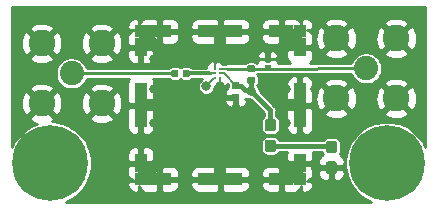
<source format=gbr>
G04 #@! TF.GenerationSoftware,KiCad,Pcbnew,5.1.4+dfsg1-1*
G04 #@! TF.CreationDate,2019-09-19T10:38:50+12:00*
G04 #@! TF.ProjectId,lna,6c6e612e-6b69-4636-9164-5f7063625858,rev?*
G04 #@! TF.SameCoordinates,Original*
G04 #@! TF.FileFunction,Copper,L1,Top*
G04 #@! TF.FilePolarity,Positive*
%FSLAX46Y46*%
G04 Gerber Fmt 4.6, Leading zero omitted, Abs format (unit mm)*
G04 Created by KiCad (PCBNEW 5.1.4+dfsg1-1) date 2019-09-19 10:38:50*
%MOMM*%
%LPD*%
G04 APERTURE LIST*
%ADD10C,0.100000*%
%ADD11C,0.950000*%
%ADD12C,0.800000*%
%ADD13C,6.400000*%
%ADD14C,2.250000*%
%ADD15C,2.050000*%
%ADD16R,2.130000X1.000000*%
%ADD17R,3.800000X1.000000*%
%ADD18R,1.000000X1.650000*%
%ADD19R,1.000000X3.800000*%
%ADD20R,1.000000X1.000000*%
%ADD21R,0.550000X0.300000*%
%ADD22R,0.250000X0.200000*%
%ADD23C,0.590000*%
%ADD24C,0.200000*%
%ADD25C,0.400000*%
%ADD26C,0.293370*%
%ADD27C,1.000000*%
%ADD28C,0.300000*%
%ADD29C,0.254000*%
G04 APERTURE END LIST*
D10*
G36*
X184385779Y-111501144D02*
G01*
X184408834Y-111504563D01*
X184431443Y-111510227D01*
X184453387Y-111518079D01*
X184474457Y-111528044D01*
X184494448Y-111540026D01*
X184513168Y-111553910D01*
X184530438Y-111569562D01*
X184546090Y-111586832D01*
X184559974Y-111605552D01*
X184571956Y-111625543D01*
X184581921Y-111646613D01*
X184589773Y-111668557D01*
X184595437Y-111691166D01*
X184598856Y-111714221D01*
X184600000Y-111737500D01*
X184600000Y-112312500D01*
X184598856Y-112335779D01*
X184595437Y-112358834D01*
X184589773Y-112381443D01*
X184581921Y-112403387D01*
X184571956Y-112424457D01*
X184559974Y-112444448D01*
X184546090Y-112463168D01*
X184530438Y-112480438D01*
X184513168Y-112496090D01*
X184494448Y-112509974D01*
X184474457Y-112521956D01*
X184453387Y-112531921D01*
X184431443Y-112539773D01*
X184408834Y-112545437D01*
X184385779Y-112548856D01*
X184362500Y-112550000D01*
X183887500Y-112550000D01*
X183864221Y-112548856D01*
X183841166Y-112545437D01*
X183818557Y-112539773D01*
X183796613Y-112531921D01*
X183775543Y-112521956D01*
X183755552Y-112509974D01*
X183736832Y-112496090D01*
X183719562Y-112480438D01*
X183703910Y-112463168D01*
X183690026Y-112444448D01*
X183678044Y-112424457D01*
X183668079Y-112403387D01*
X183660227Y-112381443D01*
X183654563Y-112358834D01*
X183651144Y-112335779D01*
X183650000Y-112312500D01*
X183650000Y-111737500D01*
X183651144Y-111714221D01*
X183654563Y-111691166D01*
X183660227Y-111668557D01*
X183668079Y-111646613D01*
X183678044Y-111625543D01*
X183690026Y-111605552D01*
X183703910Y-111586832D01*
X183719562Y-111569562D01*
X183736832Y-111553910D01*
X183755552Y-111540026D01*
X183775543Y-111528044D01*
X183796613Y-111518079D01*
X183818557Y-111510227D01*
X183841166Y-111504563D01*
X183864221Y-111501144D01*
X183887500Y-111500000D01*
X184362500Y-111500000D01*
X184385779Y-111501144D01*
X184385779Y-111501144D01*
G37*
D11*
X184125000Y-112025000D03*
D10*
G36*
X184385779Y-109751144D02*
G01*
X184408834Y-109754563D01*
X184431443Y-109760227D01*
X184453387Y-109768079D01*
X184474457Y-109778044D01*
X184494448Y-109790026D01*
X184513168Y-109803910D01*
X184530438Y-109819562D01*
X184546090Y-109836832D01*
X184559974Y-109855552D01*
X184571956Y-109875543D01*
X184581921Y-109896613D01*
X184589773Y-109918557D01*
X184595437Y-109941166D01*
X184598856Y-109964221D01*
X184600000Y-109987500D01*
X184600000Y-110562500D01*
X184598856Y-110585779D01*
X184595437Y-110608834D01*
X184589773Y-110631443D01*
X184581921Y-110653387D01*
X184571956Y-110674457D01*
X184559974Y-110694448D01*
X184546090Y-110713168D01*
X184530438Y-110730438D01*
X184513168Y-110746090D01*
X184494448Y-110759974D01*
X184474457Y-110771956D01*
X184453387Y-110781921D01*
X184431443Y-110789773D01*
X184408834Y-110795437D01*
X184385779Y-110798856D01*
X184362500Y-110800000D01*
X183887500Y-110800000D01*
X183864221Y-110798856D01*
X183841166Y-110795437D01*
X183818557Y-110789773D01*
X183796613Y-110781921D01*
X183775543Y-110771956D01*
X183755552Y-110759974D01*
X183736832Y-110746090D01*
X183719562Y-110730438D01*
X183703910Y-110713168D01*
X183690026Y-110694448D01*
X183678044Y-110674457D01*
X183668079Y-110653387D01*
X183660227Y-110631443D01*
X183654563Y-110608834D01*
X183651144Y-110585779D01*
X183650000Y-110562500D01*
X183650000Y-109987500D01*
X183651144Y-109964221D01*
X183654563Y-109941166D01*
X183660227Y-109918557D01*
X183668079Y-109896613D01*
X183678044Y-109875543D01*
X183690026Y-109855552D01*
X183703910Y-109836832D01*
X183719562Y-109819562D01*
X183736832Y-109803910D01*
X183755552Y-109790026D01*
X183775543Y-109778044D01*
X183796613Y-109768079D01*
X183818557Y-109760227D01*
X183841166Y-109754563D01*
X183864221Y-109751144D01*
X183887500Y-109750000D01*
X184362500Y-109750000D01*
X184385779Y-109751144D01*
X184385779Y-109751144D01*
G37*
D11*
X184125000Y-110275000D03*
D10*
G36*
X189560779Y-113351144D02*
G01*
X189583834Y-113354563D01*
X189606443Y-113360227D01*
X189628387Y-113368079D01*
X189649457Y-113378044D01*
X189669448Y-113390026D01*
X189688168Y-113403910D01*
X189705438Y-113419562D01*
X189721090Y-113436832D01*
X189734974Y-113455552D01*
X189746956Y-113475543D01*
X189756921Y-113496613D01*
X189764773Y-113518557D01*
X189770437Y-113541166D01*
X189773856Y-113564221D01*
X189775000Y-113587500D01*
X189775000Y-114162500D01*
X189773856Y-114185779D01*
X189770437Y-114208834D01*
X189764773Y-114231443D01*
X189756921Y-114253387D01*
X189746956Y-114274457D01*
X189734974Y-114294448D01*
X189721090Y-114313168D01*
X189705438Y-114330438D01*
X189688168Y-114346090D01*
X189669448Y-114359974D01*
X189649457Y-114371956D01*
X189628387Y-114381921D01*
X189606443Y-114389773D01*
X189583834Y-114395437D01*
X189560779Y-114398856D01*
X189537500Y-114400000D01*
X189062500Y-114400000D01*
X189039221Y-114398856D01*
X189016166Y-114395437D01*
X188993557Y-114389773D01*
X188971613Y-114381921D01*
X188950543Y-114371956D01*
X188930552Y-114359974D01*
X188911832Y-114346090D01*
X188894562Y-114330438D01*
X188878910Y-114313168D01*
X188865026Y-114294448D01*
X188853044Y-114274457D01*
X188843079Y-114253387D01*
X188835227Y-114231443D01*
X188829563Y-114208834D01*
X188826144Y-114185779D01*
X188825000Y-114162500D01*
X188825000Y-113587500D01*
X188826144Y-113564221D01*
X188829563Y-113541166D01*
X188835227Y-113518557D01*
X188843079Y-113496613D01*
X188853044Y-113475543D01*
X188865026Y-113455552D01*
X188878910Y-113436832D01*
X188894562Y-113419562D01*
X188911832Y-113403910D01*
X188930552Y-113390026D01*
X188950543Y-113378044D01*
X188971613Y-113368079D01*
X188993557Y-113360227D01*
X189016166Y-113354563D01*
X189039221Y-113351144D01*
X189062500Y-113350000D01*
X189537500Y-113350000D01*
X189560779Y-113351144D01*
X189560779Y-113351144D01*
G37*
D11*
X189300000Y-113875000D03*
D10*
G36*
X189560779Y-111601144D02*
G01*
X189583834Y-111604563D01*
X189606443Y-111610227D01*
X189628387Y-111618079D01*
X189649457Y-111628044D01*
X189669448Y-111640026D01*
X189688168Y-111653910D01*
X189705438Y-111669562D01*
X189721090Y-111686832D01*
X189734974Y-111705552D01*
X189746956Y-111725543D01*
X189756921Y-111746613D01*
X189764773Y-111768557D01*
X189770437Y-111791166D01*
X189773856Y-111814221D01*
X189775000Y-111837500D01*
X189775000Y-112412500D01*
X189773856Y-112435779D01*
X189770437Y-112458834D01*
X189764773Y-112481443D01*
X189756921Y-112503387D01*
X189746956Y-112524457D01*
X189734974Y-112544448D01*
X189721090Y-112563168D01*
X189705438Y-112580438D01*
X189688168Y-112596090D01*
X189669448Y-112609974D01*
X189649457Y-112621956D01*
X189628387Y-112631921D01*
X189606443Y-112639773D01*
X189583834Y-112645437D01*
X189560779Y-112648856D01*
X189537500Y-112650000D01*
X189062500Y-112650000D01*
X189039221Y-112648856D01*
X189016166Y-112645437D01*
X188993557Y-112639773D01*
X188971613Y-112631921D01*
X188950543Y-112621956D01*
X188930552Y-112609974D01*
X188911832Y-112596090D01*
X188894562Y-112580438D01*
X188878910Y-112563168D01*
X188865026Y-112544448D01*
X188853044Y-112524457D01*
X188843079Y-112503387D01*
X188835227Y-112481443D01*
X188829563Y-112458834D01*
X188826144Y-112435779D01*
X188825000Y-112412500D01*
X188825000Y-111837500D01*
X188826144Y-111814221D01*
X188829563Y-111791166D01*
X188835227Y-111768557D01*
X188843079Y-111746613D01*
X188853044Y-111725543D01*
X188865026Y-111705552D01*
X188878910Y-111686832D01*
X188894562Y-111669562D01*
X188911832Y-111653910D01*
X188930552Y-111640026D01*
X188950543Y-111628044D01*
X188971613Y-111618079D01*
X188993557Y-111610227D01*
X189016166Y-111604563D01*
X189039221Y-111601144D01*
X189062500Y-111600000D01*
X189537500Y-111600000D01*
X189560779Y-111601144D01*
X189560779Y-111601144D01*
G37*
D11*
X189300000Y-112125000D03*
D12*
X195697056Y-111802944D03*
X194000000Y-111100000D03*
X192302944Y-111802944D03*
X191600000Y-113500000D03*
X192302944Y-115197056D03*
X194000000Y-115900000D03*
X195697056Y-115197056D03*
X196400000Y-113500000D03*
D13*
X194000000Y-113500000D03*
D12*
X167200000Y-111800000D03*
X165502944Y-111097056D03*
X163805888Y-111800000D03*
X163102944Y-113497056D03*
X163805888Y-115194112D03*
X165502944Y-115897056D03*
X167200000Y-115194112D03*
X167902944Y-113497056D03*
D13*
X165502944Y-113497056D03*
D14*
X194790000Y-102935000D03*
X194790000Y-108015000D03*
X189710000Y-108015000D03*
X189710000Y-102935000D03*
D15*
X192250000Y-105475000D03*
D14*
X169840000Y-103360000D03*
X169840000Y-108440000D03*
X164760000Y-108440000D03*
X164760000Y-103360000D03*
D15*
X167300000Y-105900000D03*
D16*
X185065000Y-102350000D03*
X185065000Y-114850000D03*
D17*
X179900000Y-102350000D03*
X179900000Y-114850000D03*
D16*
X174735000Y-102350000D03*
X174735000Y-114850000D03*
D18*
X186630000Y-103675000D03*
X173170000Y-103675000D03*
D19*
X186630000Y-108600000D03*
X173170000Y-108600000D03*
D18*
X186630000Y-113525000D03*
X173170000Y-113525000D03*
D20*
X186630000Y-114850000D03*
X186630000Y-102350000D03*
X173170000Y-102350000D03*
X173170000Y-114850000D03*
D21*
X183900000Y-105325000D03*
X183900000Y-104675000D03*
D22*
X179900000Y-105500000D03*
X179450000Y-105500000D03*
X179900000Y-105900000D03*
X179450000Y-105900000D03*
X179900000Y-106300000D03*
X179450000Y-106300000D03*
D10*
G36*
X182686958Y-105205710D02*
G01*
X182701276Y-105207834D01*
X182715317Y-105211351D01*
X182728946Y-105216228D01*
X182742031Y-105222417D01*
X182754447Y-105229858D01*
X182766073Y-105238481D01*
X182776798Y-105248202D01*
X182786519Y-105258927D01*
X182795142Y-105270553D01*
X182802583Y-105282969D01*
X182808772Y-105296054D01*
X182813649Y-105309683D01*
X182817166Y-105323724D01*
X182819290Y-105338042D01*
X182820000Y-105352500D01*
X182820000Y-105647500D01*
X182819290Y-105661958D01*
X182817166Y-105676276D01*
X182813649Y-105690317D01*
X182808772Y-105703946D01*
X182802583Y-105717031D01*
X182795142Y-105729447D01*
X182786519Y-105741073D01*
X182776798Y-105751798D01*
X182766073Y-105761519D01*
X182754447Y-105770142D01*
X182742031Y-105777583D01*
X182728946Y-105783772D01*
X182715317Y-105788649D01*
X182701276Y-105792166D01*
X182686958Y-105794290D01*
X182672500Y-105795000D01*
X182327500Y-105795000D01*
X182313042Y-105794290D01*
X182298724Y-105792166D01*
X182284683Y-105788649D01*
X182271054Y-105783772D01*
X182257969Y-105777583D01*
X182245553Y-105770142D01*
X182233927Y-105761519D01*
X182223202Y-105751798D01*
X182213481Y-105741073D01*
X182204858Y-105729447D01*
X182197417Y-105717031D01*
X182191228Y-105703946D01*
X182186351Y-105690317D01*
X182182834Y-105676276D01*
X182180710Y-105661958D01*
X182180000Y-105647500D01*
X182180000Y-105352500D01*
X182180710Y-105338042D01*
X182182834Y-105323724D01*
X182186351Y-105309683D01*
X182191228Y-105296054D01*
X182197417Y-105282969D01*
X182204858Y-105270553D01*
X182213481Y-105258927D01*
X182223202Y-105248202D01*
X182233927Y-105238481D01*
X182245553Y-105229858D01*
X182257969Y-105222417D01*
X182271054Y-105216228D01*
X182284683Y-105211351D01*
X182298724Y-105207834D01*
X182313042Y-105205710D01*
X182327500Y-105205000D01*
X182672500Y-105205000D01*
X182686958Y-105205710D01*
X182686958Y-105205710D01*
G37*
D23*
X182500000Y-105500000D03*
D10*
G36*
X182686958Y-106175710D02*
G01*
X182701276Y-106177834D01*
X182715317Y-106181351D01*
X182728946Y-106186228D01*
X182742031Y-106192417D01*
X182754447Y-106199858D01*
X182766073Y-106208481D01*
X182776798Y-106218202D01*
X182786519Y-106228927D01*
X182795142Y-106240553D01*
X182802583Y-106252969D01*
X182808772Y-106266054D01*
X182813649Y-106279683D01*
X182817166Y-106293724D01*
X182819290Y-106308042D01*
X182820000Y-106322500D01*
X182820000Y-106617500D01*
X182819290Y-106631958D01*
X182817166Y-106646276D01*
X182813649Y-106660317D01*
X182808772Y-106673946D01*
X182802583Y-106687031D01*
X182795142Y-106699447D01*
X182786519Y-106711073D01*
X182776798Y-106721798D01*
X182766073Y-106731519D01*
X182754447Y-106740142D01*
X182742031Y-106747583D01*
X182728946Y-106753772D01*
X182715317Y-106758649D01*
X182701276Y-106762166D01*
X182686958Y-106764290D01*
X182672500Y-106765000D01*
X182327500Y-106765000D01*
X182313042Y-106764290D01*
X182298724Y-106762166D01*
X182284683Y-106758649D01*
X182271054Y-106753772D01*
X182257969Y-106747583D01*
X182245553Y-106740142D01*
X182233927Y-106731519D01*
X182223202Y-106721798D01*
X182213481Y-106711073D01*
X182204858Y-106699447D01*
X182197417Y-106687031D01*
X182191228Y-106673946D01*
X182186351Y-106660317D01*
X182182834Y-106646276D01*
X182180710Y-106631958D01*
X182180000Y-106617500D01*
X182180000Y-106322500D01*
X182180710Y-106308042D01*
X182182834Y-106293724D01*
X182186351Y-106279683D01*
X182191228Y-106266054D01*
X182197417Y-106252969D01*
X182204858Y-106240553D01*
X182213481Y-106228927D01*
X182223202Y-106218202D01*
X182233927Y-106208481D01*
X182245553Y-106199858D01*
X182257969Y-106192417D01*
X182271054Y-106186228D01*
X182284683Y-106181351D01*
X182298724Y-106177834D01*
X182313042Y-106175710D01*
X182327500Y-106175000D01*
X182672500Y-106175000D01*
X182686958Y-106175710D01*
X182686958Y-106175710D01*
G37*
D23*
X182500000Y-106470000D03*
D10*
G36*
X177176958Y-105580710D02*
G01*
X177191276Y-105582834D01*
X177205317Y-105586351D01*
X177218946Y-105591228D01*
X177232031Y-105597417D01*
X177244447Y-105604858D01*
X177256073Y-105613481D01*
X177266798Y-105623202D01*
X177276519Y-105633927D01*
X177285142Y-105645553D01*
X177292583Y-105657969D01*
X177298772Y-105671054D01*
X177303649Y-105684683D01*
X177307166Y-105698724D01*
X177309290Y-105713042D01*
X177310000Y-105727500D01*
X177310000Y-106072500D01*
X177309290Y-106086958D01*
X177307166Y-106101276D01*
X177303649Y-106115317D01*
X177298772Y-106128946D01*
X177292583Y-106142031D01*
X177285142Y-106154447D01*
X177276519Y-106166073D01*
X177266798Y-106176798D01*
X177256073Y-106186519D01*
X177244447Y-106195142D01*
X177232031Y-106202583D01*
X177218946Y-106208772D01*
X177205317Y-106213649D01*
X177191276Y-106217166D01*
X177176958Y-106219290D01*
X177162500Y-106220000D01*
X176867500Y-106220000D01*
X176853042Y-106219290D01*
X176838724Y-106217166D01*
X176824683Y-106213649D01*
X176811054Y-106208772D01*
X176797969Y-106202583D01*
X176785553Y-106195142D01*
X176773927Y-106186519D01*
X176763202Y-106176798D01*
X176753481Y-106166073D01*
X176744858Y-106154447D01*
X176737417Y-106142031D01*
X176731228Y-106128946D01*
X176726351Y-106115317D01*
X176722834Y-106101276D01*
X176720710Y-106086958D01*
X176720000Y-106072500D01*
X176720000Y-105727500D01*
X176720710Y-105713042D01*
X176722834Y-105698724D01*
X176726351Y-105684683D01*
X176731228Y-105671054D01*
X176737417Y-105657969D01*
X176744858Y-105645553D01*
X176753481Y-105633927D01*
X176763202Y-105623202D01*
X176773927Y-105613481D01*
X176785553Y-105604858D01*
X176797969Y-105597417D01*
X176811054Y-105591228D01*
X176824683Y-105586351D01*
X176838724Y-105582834D01*
X176853042Y-105580710D01*
X176867500Y-105580000D01*
X177162500Y-105580000D01*
X177176958Y-105580710D01*
X177176958Y-105580710D01*
G37*
D23*
X177015000Y-105900000D03*
D10*
G36*
X176206958Y-105580710D02*
G01*
X176221276Y-105582834D01*
X176235317Y-105586351D01*
X176248946Y-105591228D01*
X176262031Y-105597417D01*
X176274447Y-105604858D01*
X176286073Y-105613481D01*
X176296798Y-105623202D01*
X176306519Y-105633927D01*
X176315142Y-105645553D01*
X176322583Y-105657969D01*
X176328772Y-105671054D01*
X176333649Y-105684683D01*
X176337166Y-105698724D01*
X176339290Y-105713042D01*
X176340000Y-105727500D01*
X176340000Y-106072500D01*
X176339290Y-106086958D01*
X176337166Y-106101276D01*
X176333649Y-106115317D01*
X176328772Y-106128946D01*
X176322583Y-106142031D01*
X176315142Y-106154447D01*
X176306519Y-106166073D01*
X176296798Y-106176798D01*
X176286073Y-106186519D01*
X176274447Y-106195142D01*
X176262031Y-106202583D01*
X176248946Y-106208772D01*
X176235317Y-106213649D01*
X176221276Y-106217166D01*
X176206958Y-106219290D01*
X176192500Y-106220000D01*
X175897500Y-106220000D01*
X175883042Y-106219290D01*
X175868724Y-106217166D01*
X175854683Y-106213649D01*
X175841054Y-106208772D01*
X175827969Y-106202583D01*
X175815553Y-106195142D01*
X175803927Y-106186519D01*
X175793202Y-106176798D01*
X175783481Y-106166073D01*
X175774858Y-106154447D01*
X175767417Y-106142031D01*
X175761228Y-106128946D01*
X175756351Y-106115317D01*
X175752834Y-106101276D01*
X175750710Y-106086958D01*
X175750000Y-106072500D01*
X175750000Y-105727500D01*
X175750710Y-105713042D01*
X175752834Y-105698724D01*
X175756351Y-105684683D01*
X175761228Y-105671054D01*
X175767417Y-105657969D01*
X175774858Y-105645553D01*
X175783481Y-105633927D01*
X175793202Y-105623202D01*
X175803927Y-105613481D01*
X175815553Y-105604858D01*
X175827969Y-105597417D01*
X175841054Y-105591228D01*
X175854683Y-105586351D01*
X175868724Y-105582834D01*
X175883042Y-105580710D01*
X175897500Y-105580000D01*
X176192500Y-105580000D01*
X176206958Y-105580710D01*
X176206958Y-105580710D01*
G37*
D23*
X176045000Y-105900000D03*
D10*
G36*
X181386958Y-106635710D02*
G01*
X181401276Y-106637834D01*
X181415317Y-106641351D01*
X181428946Y-106646228D01*
X181442031Y-106652417D01*
X181454447Y-106659858D01*
X181466073Y-106668481D01*
X181476798Y-106678202D01*
X181486519Y-106688927D01*
X181495142Y-106700553D01*
X181502583Y-106712969D01*
X181508772Y-106726054D01*
X181513649Y-106739683D01*
X181517166Y-106753724D01*
X181519290Y-106768042D01*
X181520000Y-106782500D01*
X181520000Y-107077500D01*
X181519290Y-107091958D01*
X181517166Y-107106276D01*
X181513649Y-107120317D01*
X181508772Y-107133946D01*
X181502583Y-107147031D01*
X181495142Y-107159447D01*
X181486519Y-107171073D01*
X181476798Y-107181798D01*
X181466073Y-107191519D01*
X181454447Y-107200142D01*
X181442031Y-107207583D01*
X181428946Y-107213772D01*
X181415317Y-107218649D01*
X181401276Y-107222166D01*
X181386958Y-107224290D01*
X181372500Y-107225000D01*
X181027500Y-107225000D01*
X181013042Y-107224290D01*
X180998724Y-107222166D01*
X180984683Y-107218649D01*
X180971054Y-107213772D01*
X180957969Y-107207583D01*
X180945553Y-107200142D01*
X180933927Y-107191519D01*
X180923202Y-107181798D01*
X180913481Y-107171073D01*
X180904858Y-107159447D01*
X180897417Y-107147031D01*
X180891228Y-107133946D01*
X180886351Y-107120317D01*
X180882834Y-107106276D01*
X180880710Y-107091958D01*
X180880000Y-107077500D01*
X180880000Y-106782500D01*
X180880710Y-106768042D01*
X180882834Y-106753724D01*
X180886351Y-106739683D01*
X180891228Y-106726054D01*
X180897417Y-106712969D01*
X180904858Y-106700553D01*
X180913481Y-106688927D01*
X180923202Y-106678202D01*
X180933927Y-106668481D01*
X180945553Y-106659858D01*
X180957969Y-106652417D01*
X180971054Y-106646228D01*
X180984683Y-106641351D01*
X180998724Y-106637834D01*
X181013042Y-106635710D01*
X181027500Y-106635000D01*
X181372500Y-106635000D01*
X181386958Y-106635710D01*
X181386958Y-106635710D01*
G37*
D23*
X181200000Y-106930000D03*
D10*
G36*
X181386958Y-107605710D02*
G01*
X181401276Y-107607834D01*
X181415317Y-107611351D01*
X181428946Y-107616228D01*
X181442031Y-107622417D01*
X181454447Y-107629858D01*
X181466073Y-107638481D01*
X181476798Y-107648202D01*
X181486519Y-107658927D01*
X181495142Y-107670553D01*
X181502583Y-107682969D01*
X181508772Y-107696054D01*
X181513649Y-107709683D01*
X181517166Y-107723724D01*
X181519290Y-107738042D01*
X181520000Y-107752500D01*
X181520000Y-108047500D01*
X181519290Y-108061958D01*
X181517166Y-108076276D01*
X181513649Y-108090317D01*
X181508772Y-108103946D01*
X181502583Y-108117031D01*
X181495142Y-108129447D01*
X181486519Y-108141073D01*
X181476798Y-108151798D01*
X181466073Y-108161519D01*
X181454447Y-108170142D01*
X181442031Y-108177583D01*
X181428946Y-108183772D01*
X181415317Y-108188649D01*
X181401276Y-108192166D01*
X181386958Y-108194290D01*
X181372500Y-108195000D01*
X181027500Y-108195000D01*
X181013042Y-108194290D01*
X180998724Y-108192166D01*
X180984683Y-108188649D01*
X180971054Y-108183772D01*
X180957969Y-108177583D01*
X180945553Y-108170142D01*
X180933927Y-108161519D01*
X180923202Y-108151798D01*
X180913481Y-108141073D01*
X180904858Y-108129447D01*
X180897417Y-108117031D01*
X180891228Y-108103946D01*
X180886351Y-108090317D01*
X180882834Y-108076276D01*
X180880710Y-108061958D01*
X180880000Y-108047500D01*
X180880000Y-107752500D01*
X180880710Y-107738042D01*
X180882834Y-107723724D01*
X180886351Y-107709683D01*
X180891228Y-107696054D01*
X180897417Y-107682969D01*
X180904858Y-107670553D01*
X180913481Y-107658927D01*
X180923202Y-107648202D01*
X180933927Y-107638481D01*
X180945553Y-107629858D01*
X180957969Y-107622417D01*
X180971054Y-107616228D01*
X180984683Y-107611351D01*
X180998724Y-107607834D01*
X181013042Y-107605710D01*
X181027500Y-107605000D01*
X181372500Y-107605000D01*
X181386958Y-107605710D01*
X181386958Y-107605710D01*
G37*
D23*
X181200000Y-107900000D03*
D12*
X178700000Y-107000000D03*
X182500000Y-107400000D03*
X181200000Y-108800000D03*
X179900000Y-107000000D03*
X183900000Y-103800000D03*
X185500000Y-111200000D03*
X182900000Y-103500000D03*
X179900000Y-111600000D03*
X176800000Y-111600000D03*
X176900000Y-103500000D03*
X174300000Y-111600000D03*
X182900000Y-113700000D03*
X176900000Y-113700000D03*
X188025000Y-111200000D03*
X187900000Y-107200000D03*
X187900000Y-103800000D03*
X182900000Y-102400000D03*
X176900000Y-102400000D03*
X174300000Y-110100000D03*
X176900000Y-108800000D03*
X174300000Y-107200000D03*
X179800000Y-108800000D03*
X182700000Y-108800000D03*
X185500000Y-108600000D03*
X182700000Y-111200000D03*
X175700000Y-104500000D03*
X178500000Y-104200000D03*
X181100000Y-104200000D03*
X182300000Y-104200000D03*
X174300000Y-104700000D03*
X176900000Y-107200000D03*
X184200000Y-107200000D03*
X185500000Y-107200000D03*
X185500000Y-103500000D03*
X179499994Y-104699978D03*
X179900000Y-103500000D03*
X174300000Y-103500000D03*
X174300000Y-108600000D03*
X174300000Y-113700000D03*
X179900000Y-113700000D03*
X185500000Y-113700000D03*
X186700000Y-111200000D03*
X182900000Y-115000000D03*
X176900000Y-115000000D03*
X173100000Y-111600000D03*
X185500000Y-110100000D03*
X190275000Y-111200000D03*
X169700000Y-111600000D03*
X171700000Y-104400000D03*
X171700000Y-107200000D03*
X171100000Y-113700000D03*
X169700000Y-113700000D03*
X169700000Y-116000000D03*
X189600000Y-116000000D03*
X171100000Y-111600000D03*
X188000000Y-114025000D03*
X188000000Y-116000000D03*
X171100000Y-116000000D03*
X167400000Y-102500000D03*
X163100000Y-101100000D03*
X171400000Y-101100000D03*
X188200000Y-101100000D03*
X192300000Y-102000000D03*
X196500000Y-101100000D03*
X196500000Y-105500000D03*
X192300000Y-109700000D03*
X167400000Y-109900000D03*
X163100000Y-105900000D03*
X163100000Y-109900000D03*
X196500000Y-109700000D03*
D24*
X179450000Y-106300000D02*
X179400000Y-106300000D01*
X179400000Y-106300000D02*
X178700000Y-107000000D01*
D25*
X182500000Y-106470000D02*
X182500000Y-107400000D01*
X181620000Y-106930000D02*
X181990000Y-107300000D01*
X181200000Y-106930000D02*
X181620000Y-106930000D01*
X182400000Y-107300000D02*
X182500000Y-107400000D01*
X181990000Y-107300000D02*
X182400000Y-107300000D01*
D24*
X180250000Y-105900000D02*
X181200000Y-106930000D01*
X179900000Y-105900000D02*
X180250000Y-105900000D01*
D25*
X184125000Y-109025000D02*
X182500000Y-107400000D01*
X184125000Y-110275000D02*
X184125000Y-109025000D01*
X176025000Y-105900000D02*
X176045000Y-105920000D01*
D26*
X167300000Y-105900000D02*
X176025000Y-105900000D01*
D25*
X181200000Y-107900000D02*
X181200000Y-108800000D01*
D24*
X179900000Y-106300000D02*
X179900000Y-106700000D01*
X179900000Y-106700000D02*
X179900000Y-107000000D01*
D25*
X183900000Y-104675000D02*
X183900000Y-103800000D01*
D24*
X179450000Y-105500000D02*
X179450000Y-104749972D01*
X179450000Y-104749972D02*
X179499994Y-104699978D01*
D27*
X179900000Y-103500000D02*
X179900000Y-102350000D01*
X185500000Y-103480000D02*
X186630000Y-102350000D01*
X185500000Y-103500000D02*
X185500000Y-103480000D01*
X185500000Y-108600000D02*
X186630000Y-108600000D01*
X174300000Y-103480000D02*
X173170000Y-102350000D01*
X174300000Y-103500000D02*
X174300000Y-103480000D01*
X174300000Y-108600000D02*
X173170000Y-108600000D01*
X174300000Y-113720000D02*
X173170000Y-114850000D01*
X174300000Y-113700000D02*
X174300000Y-113720000D01*
X185500000Y-113720000D02*
X186630000Y-114850000D01*
X185500000Y-113700000D02*
X185500000Y-113720000D01*
X179900000Y-113700000D02*
X179900000Y-114850000D01*
D24*
X179450000Y-105900000D02*
X179100000Y-105900000D01*
D26*
X179100000Y-105900000D02*
X178900000Y-105900000D01*
D28*
X178900000Y-105900000D02*
X177015000Y-105900000D01*
D24*
X180700000Y-105500000D02*
X180200000Y-105500000D01*
X179900000Y-105500000D02*
X180700000Y-105500000D01*
D28*
X183900000Y-105488572D02*
X183894286Y-105494286D01*
X183900000Y-105325000D02*
X183900000Y-105488572D01*
D26*
X182500000Y-105500000D02*
X183894286Y-105494286D01*
X181000000Y-105500000D02*
X180475000Y-105500000D01*
X182500000Y-105500000D02*
X181000000Y-105500000D01*
X183894286Y-105494286D02*
X192250000Y-105475000D01*
D25*
X189200000Y-112025000D02*
X189300000Y-112125000D01*
X184125000Y-112025000D02*
X189200000Y-112025000D01*
D29*
G36*
X197248001Y-112124871D02*
G01*
X197125587Y-111829339D01*
X196739600Y-111251668D01*
X196248332Y-110760400D01*
X195670661Y-110374413D01*
X195028788Y-110108540D01*
X194347379Y-109973000D01*
X193652621Y-109973000D01*
X192971212Y-110108540D01*
X192329339Y-110374413D01*
X191751668Y-110760400D01*
X191260400Y-111251668D01*
X190874413Y-111829339D01*
X190608540Y-112471212D01*
X190473000Y-113152621D01*
X190473000Y-113847379D01*
X190608540Y-114528788D01*
X190874413Y-115170661D01*
X191260400Y-115748332D01*
X191751668Y-116239600D01*
X192329339Y-116625587D01*
X192624870Y-116748000D01*
X166870967Y-116748000D01*
X167173605Y-116622643D01*
X167751276Y-116236656D01*
X168242544Y-115745388D01*
X168628531Y-115167717D01*
X168894404Y-114525844D01*
X168929381Y-114350000D01*
X172031928Y-114350000D01*
X172035000Y-114564250D01*
X172098375Y-114627625D01*
X172139463Y-114704494D01*
X172218815Y-114801185D01*
X172315506Y-114880537D01*
X172425820Y-114939502D01*
X172545518Y-114975812D01*
X172557580Y-114977000D01*
X172193750Y-114977000D01*
X172035000Y-115135750D01*
X172031928Y-115350000D01*
X172044188Y-115474482D01*
X172080498Y-115594180D01*
X172139463Y-115704494D01*
X172218815Y-115801185D01*
X172315506Y-115880537D01*
X172425820Y-115939502D01*
X172545518Y-115975812D01*
X172670000Y-115988072D01*
X172884250Y-115985000D01*
X173043000Y-115826250D01*
X173043000Y-115462420D01*
X173044188Y-115474482D01*
X173080498Y-115594180D01*
X173139463Y-115704494D01*
X173218815Y-115801185D01*
X173315506Y-115880537D01*
X173392375Y-115921625D01*
X173455750Y-115985000D01*
X173670000Y-115988072D01*
X174449250Y-115985000D01*
X174608000Y-115826250D01*
X174608000Y-114977000D01*
X174862000Y-114977000D01*
X174862000Y-115826250D01*
X175020750Y-115985000D01*
X175800000Y-115988072D01*
X175924482Y-115975812D01*
X176044180Y-115939502D01*
X176154494Y-115880537D01*
X176251185Y-115801185D01*
X176330537Y-115704494D01*
X176389502Y-115594180D01*
X176425812Y-115474482D01*
X176438072Y-115350000D01*
X177361928Y-115350000D01*
X177374188Y-115474482D01*
X177410498Y-115594180D01*
X177469463Y-115704494D01*
X177548815Y-115801185D01*
X177645506Y-115880537D01*
X177755820Y-115939502D01*
X177875518Y-115975812D01*
X178000000Y-115988072D01*
X179614250Y-115985000D01*
X179773000Y-115826250D01*
X179773000Y-114977000D01*
X180027000Y-114977000D01*
X180027000Y-115826250D01*
X180185750Y-115985000D01*
X181800000Y-115988072D01*
X181924482Y-115975812D01*
X182044180Y-115939502D01*
X182154494Y-115880537D01*
X182251185Y-115801185D01*
X182330537Y-115704494D01*
X182389502Y-115594180D01*
X182425812Y-115474482D01*
X182438072Y-115350000D01*
X183361928Y-115350000D01*
X183374188Y-115474482D01*
X183410498Y-115594180D01*
X183469463Y-115704494D01*
X183548815Y-115801185D01*
X183645506Y-115880537D01*
X183755820Y-115939502D01*
X183875518Y-115975812D01*
X184000000Y-115988072D01*
X184779250Y-115985000D01*
X184938000Y-115826250D01*
X184938000Y-114977000D01*
X183523750Y-114977000D01*
X183365000Y-115135750D01*
X183361928Y-115350000D01*
X182438072Y-115350000D01*
X182435000Y-115135750D01*
X182276250Y-114977000D01*
X180027000Y-114977000D01*
X179773000Y-114977000D01*
X177523750Y-114977000D01*
X177365000Y-115135750D01*
X177361928Y-115350000D01*
X176438072Y-115350000D01*
X176435000Y-115135750D01*
X176276250Y-114977000D01*
X174862000Y-114977000D01*
X174608000Y-114977000D01*
X173782420Y-114977000D01*
X173794482Y-114975812D01*
X173914180Y-114939502D01*
X174024494Y-114880537D01*
X174121185Y-114801185D01*
X174185350Y-114723000D01*
X174608000Y-114723000D01*
X174608000Y-113873750D01*
X174862000Y-113873750D01*
X174862000Y-114723000D01*
X176276250Y-114723000D01*
X176435000Y-114564250D01*
X176438072Y-114350000D01*
X177361928Y-114350000D01*
X177365000Y-114564250D01*
X177523750Y-114723000D01*
X179773000Y-114723000D01*
X179773000Y-113873750D01*
X180027000Y-113873750D01*
X180027000Y-114723000D01*
X182276250Y-114723000D01*
X182435000Y-114564250D01*
X182438072Y-114350000D01*
X183361928Y-114350000D01*
X183365000Y-114564250D01*
X183523750Y-114723000D01*
X184938000Y-114723000D01*
X184938000Y-113873750D01*
X185192000Y-113873750D01*
X185192000Y-114723000D01*
X185614650Y-114723000D01*
X185678815Y-114801185D01*
X185775506Y-114880537D01*
X185885820Y-114939502D01*
X186005518Y-114975812D01*
X186017580Y-114977000D01*
X185192000Y-114977000D01*
X185192000Y-115826250D01*
X185350750Y-115985000D01*
X186130000Y-115988072D01*
X186344250Y-115985000D01*
X186407625Y-115921625D01*
X186484494Y-115880537D01*
X186581185Y-115801185D01*
X186660537Y-115704494D01*
X186719502Y-115594180D01*
X186755812Y-115474482D01*
X186757000Y-115462420D01*
X186757000Y-115826250D01*
X186915750Y-115985000D01*
X187130000Y-115988072D01*
X187254482Y-115975812D01*
X187374180Y-115939502D01*
X187484494Y-115880537D01*
X187581185Y-115801185D01*
X187660537Y-115704494D01*
X187719502Y-115594180D01*
X187755812Y-115474482D01*
X187768072Y-115350000D01*
X187765000Y-115135750D01*
X187606250Y-114977000D01*
X187242420Y-114977000D01*
X187254482Y-114975812D01*
X187374180Y-114939502D01*
X187484494Y-114880537D01*
X187581185Y-114801185D01*
X187660537Y-114704494D01*
X187701625Y-114627625D01*
X187765000Y-114564250D01*
X187767355Y-114400000D01*
X188186928Y-114400000D01*
X188199188Y-114524482D01*
X188235498Y-114644180D01*
X188294463Y-114754494D01*
X188373815Y-114851185D01*
X188470506Y-114930537D01*
X188580820Y-114989502D01*
X188700518Y-115025812D01*
X188825000Y-115038072D01*
X189014250Y-115035000D01*
X189173000Y-114876250D01*
X189173000Y-114002000D01*
X189427000Y-114002000D01*
X189427000Y-114876250D01*
X189585750Y-115035000D01*
X189775000Y-115038072D01*
X189899482Y-115025812D01*
X190019180Y-114989502D01*
X190129494Y-114930537D01*
X190226185Y-114851185D01*
X190305537Y-114754494D01*
X190364502Y-114644180D01*
X190400812Y-114524482D01*
X190413072Y-114400000D01*
X190410000Y-114160750D01*
X190251250Y-114002000D01*
X189427000Y-114002000D01*
X189173000Y-114002000D01*
X188348750Y-114002000D01*
X188190000Y-114160750D01*
X188186928Y-114400000D01*
X187767355Y-114400000D01*
X187768072Y-114350000D01*
X187765000Y-113810750D01*
X187606250Y-113652000D01*
X186757000Y-113652000D01*
X186757000Y-114237580D01*
X186755812Y-114225518D01*
X186719502Y-114105820D01*
X186660537Y-113995506D01*
X186581185Y-113898815D01*
X186503000Y-113834650D01*
X186503000Y-113652000D01*
X185653750Y-113652000D01*
X185591700Y-113714050D01*
X185350750Y-113715000D01*
X185192000Y-113873750D01*
X184938000Y-113873750D01*
X184779250Y-113715000D01*
X184000000Y-113711928D01*
X183875518Y-113724188D01*
X183755820Y-113760498D01*
X183645506Y-113819463D01*
X183548815Y-113898815D01*
X183469463Y-113995506D01*
X183410498Y-114105820D01*
X183374188Y-114225518D01*
X183361928Y-114350000D01*
X182438072Y-114350000D01*
X182425812Y-114225518D01*
X182389502Y-114105820D01*
X182330537Y-113995506D01*
X182251185Y-113898815D01*
X182154494Y-113819463D01*
X182044180Y-113760498D01*
X181924482Y-113724188D01*
X181800000Y-113711928D01*
X180185750Y-113715000D01*
X180027000Y-113873750D01*
X179773000Y-113873750D01*
X179614250Y-113715000D01*
X178000000Y-113711928D01*
X177875518Y-113724188D01*
X177755820Y-113760498D01*
X177645506Y-113819463D01*
X177548815Y-113898815D01*
X177469463Y-113995506D01*
X177410498Y-114105820D01*
X177374188Y-114225518D01*
X177361928Y-114350000D01*
X176438072Y-114350000D01*
X176425812Y-114225518D01*
X176389502Y-114105820D01*
X176330537Y-113995506D01*
X176251185Y-113898815D01*
X176154494Y-113819463D01*
X176044180Y-113760498D01*
X175924482Y-113724188D01*
X175800000Y-113711928D01*
X175020750Y-113715000D01*
X174862000Y-113873750D01*
X174608000Y-113873750D01*
X174449250Y-113715000D01*
X174208300Y-113714050D01*
X174146250Y-113652000D01*
X173297000Y-113652000D01*
X173297000Y-113834650D01*
X173218815Y-113898815D01*
X173139463Y-113995506D01*
X173080498Y-114105820D01*
X173044188Y-114225518D01*
X173043000Y-114237580D01*
X173043000Y-113652000D01*
X172193750Y-113652000D01*
X172035000Y-113810750D01*
X172031928Y-114350000D01*
X168929381Y-114350000D01*
X169029944Y-113844435D01*
X169029944Y-113149677D01*
X168940499Y-112700000D01*
X172031928Y-112700000D01*
X172035000Y-113239250D01*
X172193750Y-113398000D01*
X173043000Y-113398000D01*
X173043000Y-112223750D01*
X173297000Y-112223750D01*
X173297000Y-113398000D01*
X174146250Y-113398000D01*
X174305000Y-113239250D01*
X174308072Y-112700000D01*
X174295812Y-112575518D01*
X174259502Y-112455820D01*
X174200537Y-112345506D01*
X174121185Y-112248815D01*
X174024494Y-112169463D01*
X173914180Y-112110498D01*
X173794482Y-112074188D01*
X173670000Y-112061928D01*
X173455750Y-112065000D01*
X173297000Y-112223750D01*
X173043000Y-112223750D01*
X172884250Y-112065000D01*
X172670000Y-112061928D01*
X172545518Y-112074188D01*
X172425820Y-112110498D01*
X172315506Y-112169463D01*
X172218815Y-112248815D01*
X172139463Y-112345506D01*
X172080498Y-112455820D01*
X172044188Y-112575518D01*
X172031928Y-112700000D01*
X168940499Y-112700000D01*
X168894404Y-112468268D01*
X168628531Y-111826395D01*
X168569134Y-111737500D01*
X183321418Y-111737500D01*
X183321418Y-112312500D01*
X183332295Y-112422937D01*
X183364508Y-112529130D01*
X183416820Y-112626998D01*
X183487220Y-112712780D01*
X183573002Y-112783180D01*
X183670870Y-112835492D01*
X183777063Y-112867705D01*
X183887500Y-112878582D01*
X184362500Y-112878582D01*
X184472937Y-112867705D01*
X184579130Y-112835492D01*
X184676998Y-112783180D01*
X184762780Y-112712780D01*
X184833180Y-112626998D01*
X184873268Y-112552000D01*
X185511322Y-112552000D01*
X185504188Y-112575518D01*
X185491928Y-112700000D01*
X185495000Y-113239250D01*
X185653750Y-113398000D01*
X186503000Y-113398000D01*
X186503000Y-113378000D01*
X186757000Y-113378000D01*
X186757000Y-113398000D01*
X187606250Y-113398000D01*
X187765000Y-113239250D01*
X187768072Y-112700000D01*
X187755812Y-112575518D01*
X187748678Y-112552000D01*
X188516111Y-112552000D01*
X188539508Y-112629130D01*
X188591820Y-112726998D01*
X188611640Y-112751149D01*
X188580820Y-112760498D01*
X188470506Y-112819463D01*
X188373815Y-112898815D01*
X188294463Y-112995506D01*
X188235498Y-113105820D01*
X188199188Y-113225518D01*
X188186928Y-113350000D01*
X188190000Y-113589250D01*
X188348750Y-113748000D01*
X189173000Y-113748000D01*
X189173000Y-113728000D01*
X189427000Y-113728000D01*
X189427000Y-113748000D01*
X190251250Y-113748000D01*
X190410000Y-113589250D01*
X190413072Y-113350000D01*
X190400812Y-113225518D01*
X190364502Y-113105820D01*
X190305537Y-112995506D01*
X190226185Y-112898815D01*
X190129494Y-112819463D01*
X190019180Y-112760498D01*
X189988360Y-112751149D01*
X190008180Y-112726998D01*
X190060492Y-112629130D01*
X190092705Y-112522937D01*
X190103582Y-112412500D01*
X190103582Y-111837500D01*
X190092705Y-111727063D01*
X190060492Y-111620870D01*
X190008180Y-111523002D01*
X189937780Y-111437220D01*
X189851998Y-111366820D01*
X189754130Y-111314508D01*
X189647937Y-111282295D01*
X189537500Y-111271418D01*
X189062500Y-111271418D01*
X188952063Y-111282295D01*
X188845870Y-111314508D01*
X188748002Y-111366820D01*
X188662220Y-111437220D01*
X188612339Y-111498000D01*
X184873268Y-111498000D01*
X184833180Y-111423002D01*
X184762780Y-111337220D01*
X184676998Y-111266820D01*
X184579130Y-111214508D01*
X184472937Y-111182295D01*
X184362500Y-111171418D01*
X183887500Y-111171418D01*
X183777063Y-111182295D01*
X183670870Y-111214508D01*
X183573002Y-111266820D01*
X183487220Y-111337220D01*
X183416820Y-111423002D01*
X183364508Y-111520870D01*
X183332295Y-111627063D01*
X183321418Y-111737500D01*
X168569134Y-111737500D01*
X168242544Y-111248724D01*
X167751276Y-110757456D01*
X167365966Y-110500000D01*
X172031928Y-110500000D01*
X172044188Y-110624482D01*
X172080498Y-110744180D01*
X172139463Y-110854494D01*
X172218815Y-110951185D01*
X172315506Y-111030537D01*
X172425820Y-111089502D01*
X172545518Y-111125812D01*
X172670000Y-111138072D01*
X172884250Y-111135000D01*
X173043000Y-110976250D01*
X173043000Y-108727000D01*
X173297000Y-108727000D01*
X173297000Y-110976250D01*
X173455750Y-111135000D01*
X173670000Y-111138072D01*
X173794482Y-111125812D01*
X173914180Y-111089502D01*
X174024494Y-111030537D01*
X174121185Y-110951185D01*
X174200537Y-110854494D01*
X174259502Y-110744180D01*
X174295812Y-110624482D01*
X174308072Y-110500000D01*
X174305000Y-108885750D01*
X174146250Y-108727000D01*
X173297000Y-108727000D01*
X173043000Y-108727000D01*
X172193750Y-108727000D01*
X172035000Y-108885750D01*
X172031928Y-110500000D01*
X167365966Y-110500000D01*
X167173605Y-110371469D01*
X166531732Y-110105596D01*
X165850323Y-109970056D01*
X165641055Y-109970056D01*
X165694079Y-109941714D01*
X165804926Y-109664531D01*
X168795074Y-109664531D01*
X168905921Y-109941714D01*
X169216840Y-110095089D01*
X169551705Y-110184860D01*
X169897650Y-110207576D01*
X170241380Y-110162366D01*
X170569685Y-110050966D01*
X170774079Y-109941714D01*
X170884926Y-109664531D01*
X169840000Y-108619605D01*
X168795074Y-109664531D01*
X165804926Y-109664531D01*
X164760000Y-108619605D01*
X163715074Y-109664531D01*
X163825921Y-109941714D01*
X164136840Y-110095089D01*
X164357020Y-110154115D01*
X163832283Y-110371469D01*
X163254612Y-110757456D01*
X162763344Y-111248724D01*
X162377357Y-111826395D01*
X162252000Y-112129033D01*
X162252000Y-108497650D01*
X162992424Y-108497650D01*
X163037634Y-108841380D01*
X163149034Y-109169685D01*
X163258286Y-109374079D01*
X163535469Y-109484926D01*
X164580395Y-108440000D01*
X164939605Y-108440000D01*
X165984531Y-109484926D01*
X166261714Y-109374079D01*
X166415089Y-109063160D01*
X166504860Y-108728295D01*
X166520004Y-108497650D01*
X168072424Y-108497650D01*
X168117634Y-108841380D01*
X168229034Y-109169685D01*
X168338286Y-109374079D01*
X168615469Y-109484926D01*
X169660395Y-108440000D01*
X170019605Y-108440000D01*
X171064531Y-109484926D01*
X171341714Y-109374079D01*
X171495089Y-109063160D01*
X171584860Y-108728295D01*
X171607576Y-108382350D01*
X171562366Y-108038620D01*
X171450966Y-107710315D01*
X171341714Y-107505921D01*
X171064531Y-107395074D01*
X170019605Y-108440000D01*
X169660395Y-108440000D01*
X168615469Y-107395074D01*
X168338286Y-107505921D01*
X168184911Y-107816840D01*
X168095140Y-108151705D01*
X168072424Y-108497650D01*
X166520004Y-108497650D01*
X166527576Y-108382350D01*
X166482366Y-108038620D01*
X166370966Y-107710315D01*
X166261714Y-107505921D01*
X165984531Y-107395074D01*
X164939605Y-108440000D01*
X164580395Y-108440000D01*
X163535469Y-107395074D01*
X163258286Y-107505921D01*
X163104911Y-107816840D01*
X163015140Y-108151705D01*
X162992424Y-108497650D01*
X162252000Y-108497650D01*
X162252000Y-107215469D01*
X163715074Y-107215469D01*
X164760000Y-108260395D01*
X165804926Y-107215469D01*
X165694079Y-106938286D01*
X165383160Y-106784911D01*
X165048295Y-106695140D01*
X164702350Y-106672424D01*
X164358620Y-106717634D01*
X164030315Y-106829034D01*
X163825921Y-106938286D01*
X163715074Y-107215469D01*
X162252000Y-107215469D01*
X162252000Y-105766840D01*
X165948000Y-105766840D01*
X165948000Y-106033160D01*
X165999956Y-106294364D01*
X166101873Y-106540412D01*
X166249833Y-106761850D01*
X166438150Y-106950167D01*
X166659588Y-107098127D01*
X166905636Y-107200044D01*
X167166840Y-107252000D01*
X167433160Y-107252000D01*
X167616816Y-107215469D01*
X168795074Y-107215469D01*
X169840000Y-108260395D01*
X170884926Y-107215469D01*
X170774079Y-106938286D01*
X170463160Y-106784911D01*
X170128295Y-106695140D01*
X169782350Y-106672424D01*
X169438620Y-106717634D01*
X169110315Y-106829034D01*
X168905921Y-106938286D01*
X168795074Y-107215469D01*
X167616816Y-107215469D01*
X167694364Y-107200044D01*
X167940412Y-107098127D01*
X168161850Y-106950167D01*
X168350167Y-106761850D01*
X168498127Y-106540412D01*
X168567188Y-106373685D01*
X172124401Y-106373685D01*
X172080498Y-106455820D01*
X172044188Y-106575518D01*
X172031928Y-106700000D01*
X172035000Y-108314250D01*
X172193750Y-108473000D01*
X173043000Y-108473000D01*
X173043000Y-108453000D01*
X173297000Y-108453000D01*
X173297000Y-108473000D01*
X174146250Y-108473000D01*
X174305000Y-108314250D01*
X174305226Y-108195000D01*
X180241928Y-108195000D01*
X180254188Y-108319482D01*
X180290498Y-108439180D01*
X180349463Y-108549494D01*
X180428815Y-108646185D01*
X180525506Y-108725537D01*
X180635820Y-108784502D01*
X180755518Y-108820812D01*
X180880000Y-108833072D01*
X180914250Y-108830000D01*
X181073000Y-108671250D01*
X181073000Y-108027000D01*
X180403750Y-108027000D01*
X180245000Y-108185750D01*
X180241928Y-108195000D01*
X174305226Y-108195000D01*
X174308072Y-106700000D01*
X174295812Y-106575518D01*
X174259502Y-106455820D01*
X174215599Y-106373685D01*
X175531761Y-106373685D01*
X175560859Y-106409141D01*
X175633003Y-106468348D01*
X175715311Y-106512342D01*
X175804621Y-106539434D01*
X175897500Y-106548582D01*
X176192500Y-106548582D01*
X176285379Y-106539434D01*
X176374689Y-106512342D01*
X176456997Y-106468348D01*
X176529141Y-106409141D01*
X176530000Y-106408094D01*
X176530859Y-106409141D01*
X176603003Y-106468348D01*
X176685311Y-106512342D01*
X176774621Y-106539434D01*
X176867500Y-106548582D01*
X177162500Y-106548582D01*
X177255379Y-106539434D01*
X177344689Y-106512342D01*
X177426997Y-106468348D01*
X177499141Y-106409141D01*
X177525518Y-106377000D01*
X178323820Y-106377000D01*
X178236564Y-106435302D01*
X178135302Y-106536564D01*
X178055741Y-106655636D01*
X178000938Y-106787942D01*
X177973000Y-106928397D01*
X177973000Y-107071603D01*
X178000938Y-107212058D01*
X178055741Y-107344364D01*
X178135302Y-107463436D01*
X178236564Y-107564698D01*
X178355636Y-107644259D01*
X178487942Y-107699062D01*
X178628397Y-107727000D01*
X178771603Y-107727000D01*
X178912058Y-107699062D01*
X179044364Y-107644259D01*
X179163436Y-107564698D01*
X179264698Y-107463436D01*
X179344259Y-107344364D01*
X179399062Y-107212058D01*
X179427000Y-107071603D01*
X179427000Y-106931803D01*
X179456427Y-106952853D01*
X179570404Y-107004381D01*
X179692244Y-107032683D01*
X179741250Y-107035000D01*
X179900000Y-106876250D01*
X180058750Y-107035000D01*
X180107756Y-107032683D01*
X180229596Y-107004381D01*
X180343573Y-106952853D01*
X180445308Y-106880080D01*
X180509731Y-106811411D01*
X180551418Y-106856608D01*
X180551418Y-107060613D01*
X180525506Y-107074463D01*
X180428815Y-107153815D01*
X180349463Y-107250506D01*
X180290498Y-107360820D01*
X180254188Y-107480518D01*
X180241928Y-107605000D01*
X180245000Y-107614250D01*
X180403750Y-107773000D01*
X181073000Y-107773000D01*
X181073000Y-107753000D01*
X181327000Y-107753000D01*
X181327000Y-107773000D01*
X181347000Y-107773000D01*
X181347000Y-108027000D01*
X181327000Y-108027000D01*
X181327000Y-108671250D01*
X181485750Y-108830000D01*
X181520000Y-108833072D01*
X181644482Y-108820812D01*
X181764180Y-108784502D01*
X181874494Y-108725537D01*
X181971185Y-108646185D01*
X182050537Y-108549494D01*
X182109502Y-108439180D01*
X182145812Y-108319482D01*
X182158072Y-108195000D01*
X182155000Y-108185750D01*
X181996252Y-108027002D01*
X182129809Y-108027002D01*
X182155636Y-108044259D01*
X182287942Y-108099062D01*
X182428397Y-108127000D01*
X182481711Y-108127000D01*
X183598001Y-109243291D01*
X183598001Y-109503458D01*
X183573002Y-109516820D01*
X183487220Y-109587220D01*
X183416820Y-109673002D01*
X183364508Y-109770870D01*
X183332295Y-109877063D01*
X183321418Y-109987500D01*
X183321418Y-110562500D01*
X183332295Y-110672937D01*
X183364508Y-110779130D01*
X183416820Y-110876998D01*
X183487220Y-110962780D01*
X183573002Y-111033180D01*
X183670870Y-111085492D01*
X183777063Y-111117705D01*
X183887500Y-111128582D01*
X184362500Y-111128582D01*
X184472937Y-111117705D01*
X184579130Y-111085492D01*
X184676998Y-111033180D01*
X184762780Y-110962780D01*
X184833180Y-110876998D01*
X184885492Y-110779130D01*
X184917705Y-110672937D01*
X184928582Y-110562500D01*
X184928582Y-110500000D01*
X185491928Y-110500000D01*
X185504188Y-110624482D01*
X185540498Y-110744180D01*
X185599463Y-110854494D01*
X185678815Y-110951185D01*
X185775506Y-111030537D01*
X185885820Y-111089502D01*
X186005518Y-111125812D01*
X186130000Y-111138072D01*
X186344250Y-111135000D01*
X186503000Y-110976250D01*
X186503000Y-108727000D01*
X186757000Y-108727000D01*
X186757000Y-110976250D01*
X186915750Y-111135000D01*
X187130000Y-111138072D01*
X187254482Y-111125812D01*
X187374180Y-111089502D01*
X187484494Y-111030537D01*
X187581185Y-110951185D01*
X187660537Y-110854494D01*
X187719502Y-110744180D01*
X187755812Y-110624482D01*
X187768072Y-110500000D01*
X187765674Y-109239531D01*
X188665074Y-109239531D01*
X188775921Y-109516714D01*
X189086840Y-109670089D01*
X189421705Y-109759860D01*
X189767650Y-109782576D01*
X190111380Y-109737366D01*
X190439685Y-109625966D01*
X190644079Y-109516714D01*
X190754926Y-109239531D01*
X193745074Y-109239531D01*
X193855921Y-109516714D01*
X194166840Y-109670089D01*
X194501705Y-109759860D01*
X194847650Y-109782576D01*
X195191380Y-109737366D01*
X195519685Y-109625966D01*
X195724079Y-109516714D01*
X195834926Y-109239531D01*
X194790000Y-108194605D01*
X193745074Y-109239531D01*
X190754926Y-109239531D01*
X189710000Y-108194605D01*
X188665074Y-109239531D01*
X187765674Y-109239531D01*
X187765000Y-108885750D01*
X187606250Y-108727000D01*
X186757000Y-108727000D01*
X186503000Y-108727000D01*
X185653750Y-108727000D01*
X185495000Y-108885750D01*
X185491928Y-110500000D01*
X184928582Y-110500000D01*
X184928582Y-109987500D01*
X184917705Y-109877063D01*
X184885492Y-109770870D01*
X184833180Y-109673002D01*
X184762780Y-109587220D01*
X184676998Y-109516820D01*
X184652000Y-109503458D01*
X184652000Y-109050880D01*
X184654549Y-109024999D01*
X184644374Y-108921690D01*
X184614239Y-108822350D01*
X184565304Y-108730798D01*
X184560986Y-108725537D01*
X184499448Y-108650552D01*
X184479339Y-108634049D01*
X183227000Y-107381711D01*
X183227000Y-107328397D01*
X183199062Y-107187942D01*
X183144259Y-107055636D01*
X183064698Y-106936564D01*
X183042106Y-106913972D01*
X183068348Y-106881997D01*
X183112342Y-106799689D01*
X183139434Y-106710379D01*
X183140456Y-106700000D01*
X185491928Y-106700000D01*
X185495000Y-108314250D01*
X185653750Y-108473000D01*
X186503000Y-108473000D01*
X186503000Y-106223750D01*
X186757000Y-106223750D01*
X186757000Y-108473000D01*
X187606250Y-108473000D01*
X187765000Y-108314250D01*
X187765459Y-108072650D01*
X187942424Y-108072650D01*
X187987634Y-108416380D01*
X188099034Y-108744685D01*
X188208286Y-108949079D01*
X188485469Y-109059926D01*
X189530395Y-108015000D01*
X189889605Y-108015000D01*
X190934531Y-109059926D01*
X191211714Y-108949079D01*
X191365089Y-108638160D01*
X191454860Y-108303295D01*
X191470004Y-108072650D01*
X193022424Y-108072650D01*
X193067634Y-108416380D01*
X193179034Y-108744685D01*
X193288286Y-108949079D01*
X193565469Y-109059926D01*
X194610395Y-108015000D01*
X194969605Y-108015000D01*
X196014531Y-109059926D01*
X196291714Y-108949079D01*
X196445089Y-108638160D01*
X196534860Y-108303295D01*
X196557576Y-107957350D01*
X196512366Y-107613620D01*
X196400966Y-107285315D01*
X196291714Y-107080921D01*
X196014531Y-106970074D01*
X194969605Y-108015000D01*
X194610395Y-108015000D01*
X193565469Y-106970074D01*
X193288286Y-107080921D01*
X193134911Y-107391840D01*
X193045140Y-107726705D01*
X193022424Y-108072650D01*
X191470004Y-108072650D01*
X191477576Y-107957350D01*
X191432366Y-107613620D01*
X191320966Y-107285315D01*
X191211714Y-107080921D01*
X190934531Y-106970074D01*
X189889605Y-108015000D01*
X189530395Y-108015000D01*
X188485469Y-106970074D01*
X188208286Y-107080921D01*
X188054911Y-107391840D01*
X187965140Y-107726705D01*
X187942424Y-108072650D01*
X187765459Y-108072650D01*
X187767899Y-106790469D01*
X188665074Y-106790469D01*
X189710000Y-107835395D01*
X190754926Y-106790469D01*
X190644079Y-106513286D01*
X190333160Y-106359911D01*
X189998295Y-106270140D01*
X189652350Y-106247424D01*
X189308620Y-106292634D01*
X188980315Y-106404034D01*
X188775921Y-106513286D01*
X188665074Y-106790469D01*
X187767899Y-106790469D01*
X187768072Y-106700000D01*
X187755812Y-106575518D01*
X187719502Y-106455820D01*
X187660537Y-106345506D01*
X187581185Y-106248815D01*
X187484494Y-106169463D01*
X187374180Y-106110498D01*
X187254482Y-106074188D01*
X187130000Y-106061928D01*
X186915750Y-106065000D01*
X186757000Y-106223750D01*
X186503000Y-106223750D01*
X186344250Y-106065000D01*
X186130000Y-106061928D01*
X186005518Y-106074188D01*
X185885820Y-106110498D01*
X185775506Y-106169463D01*
X185678815Y-106248815D01*
X185599463Y-106345506D01*
X185540498Y-106455820D01*
X185504188Y-106575518D01*
X185491928Y-106700000D01*
X183140456Y-106700000D01*
X183148582Y-106617500D01*
X183148582Y-106322500D01*
X183139434Y-106229621D01*
X183112342Y-106140311D01*
X183068348Y-106058003D01*
X183009141Y-105985859D01*
X183008094Y-105985000D01*
X183009141Y-105984141D01*
X183019466Y-105971560D01*
X183839523Y-105968199D01*
X183894286Y-105973592D01*
X183952722Y-105967837D01*
X190984023Y-105951608D01*
X191051873Y-106115412D01*
X191199833Y-106336850D01*
X191388150Y-106525167D01*
X191609588Y-106673127D01*
X191855636Y-106775044D01*
X192116840Y-106827000D01*
X192383160Y-106827000D01*
X192566816Y-106790469D01*
X193745074Y-106790469D01*
X194790000Y-107835395D01*
X195834926Y-106790469D01*
X195724079Y-106513286D01*
X195413160Y-106359911D01*
X195078295Y-106270140D01*
X194732350Y-106247424D01*
X194388620Y-106292634D01*
X194060315Y-106404034D01*
X193855921Y-106513286D01*
X193745074Y-106790469D01*
X192566816Y-106790469D01*
X192644364Y-106775044D01*
X192890412Y-106673127D01*
X193111850Y-106525167D01*
X193300167Y-106336850D01*
X193448127Y-106115412D01*
X193550044Y-105869364D01*
X193602000Y-105608160D01*
X193602000Y-105341840D01*
X193550044Y-105080636D01*
X193448127Y-104834588D01*
X193300167Y-104613150D01*
X193111850Y-104424833D01*
X192890412Y-104276873D01*
X192644364Y-104174956D01*
X192566817Y-104159531D01*
X193745074Y-104159531D01*
X193855921Y-104436714D01*
X194166840Y-104590089D01*
X194501705Y-104679860D01*
X194847650Y-104702576D01*
X195191380Y-104657366D01*
X195519685Y-104545966D01*
X195724079Y-104436714D01*
X195834926Y-104159531D01*
X194790000Y-103114605D01*
X193745074Y-104159531D01*
X192566817Y-104159531D01*
X192383160Y-104123000D01*
X192116840Y-104123000D01*
X191855636Y-104174956D01*
X191609588Y-104276873D01*
X191388150Y-104424833D01*
X191199833Y-104613150D01*
X191051873Y-104834588D01*
X190981600Y-105004242D01*
X187506762Y-105012262D01*
X187581185Y-104951185D01*
X187660537Y-104854494D01*
X187719502Y-104744180D01*
X187755812Y-104624482D01*
X187768072Y-104500000D01*
X187766133Y-104159531D01*
X188665074Y-104159531D01*
X188775921Y-104436714D01*
X189086840Y-104590089D01*
X189421705Y-104679860D01*
X189767650Y-104702576D01*
X190111380Y-104657366D01*
X190439685Y-104545966D01*
X190644079Y-104436714D01*
X190754926Y-104159531D01*
X189710000Y-103114605D01*
X188665074Y-104159531D01*
X187766133Y-104159531D01*
X187765000Y-103960750D01*
X187606250Y-103802000D01*
X186757000Y-103802000D01*
X186757000Y-103822000D01*
X186503000Y-103822000D01*
X186503000Y-103802000D01*
X185653750Y-103802000D01*
X185495000Y-103960750D01*
X185491928Y-104500000D01*
X185504188Y-104624482D01*
X185540498Y-104744180D01*
X185599463Y-104854494D01*
X185678815Y-104951185D01*
X185758155Y-105016298D01*
X184779826Y-105018556D01*
X184797253Y-104966199D01*
X184810000Y-104856750D01*
X184651250Y-104698000D01*
X184027000Y-104698000D01*
X184027000Y-104822000D01*
X183773000Y-104822000D01*
X183773000Y-104698000D01*
X183148750Y-104698000D01*
X182990000Y-104856750D01*
X183002747Y-104966199D01*
X183022043Y-105024172D01*
X183015984Y-105024197D01*
X183009141Y-105015859D01*
X182936997Y-104956652D01*
X182854689Y-104912658D01*
X182765379Y-104885566D01*
X182672500Y-104876418D01*
X182327500Y-104876418D01*
X182234621Y-104885566D01*
X182145311Y-104912658D01*
X182063003Y-104956652D01*
X181990859Y-105015859D01*
X181982278Y-105026315D01*
X180451740Y-105026315D01*
X180382142Y-105033170D01*
X180292852Y-105060256D01*
X180269009Y-105073000D01*
X180119428Y-105073000D01*
X180080891Y-105011143D01*
X179995308Y-104919920D01*
X179893573Y-104847147D01*
X179779596Y-104795619D01*
X179657756Y-104767317D01*
X179608750Y-104765000D01*
X179450000Y-104923750D01*
X179291250Y-104765000D01*
X179242244Y-104767317D01*
X179120404Y-104795619D01*
X179006427Y-104847147D01*
X178904692Y-104919920D01*
X178819109Y-105011143D01*
X178752967Y-105117309D01*
X178708808Y-105234339D01*
X178690000Y-105341250D01*
X178721748Y-105372998D01*
X178690000Y-105372998D01*
X178690000Y-105423000D01*
X177525518Y-105423000D01*
X177499141Y-105390859D01*
X177426997Y-105331652D01*
X177344689Y-105287658D01*
X177255379Y-105260566D01*
X177162500Y-105251418D01*
X176867500Y-105251418D01*
X176774621Y-105260566D01*
X176685311Y-105287658D01*
X176603003Y-105331652D01*
X176530859Y-105390859D01*
X176530000Y-105391906D01*
X176529141Y-105390859D01*
X176456997Y-105331652D01*
X176374689Y-105287658D01*
X176285379Y-105260566D01*
X176192500Y-105251418D01*
X175897500Y-105251418D01*
X175804621Y-105260566D01*
X175715311Y-105287658D01*
X175633003Y-105331652D01*
X175560859Y-105390859D01*
X175531761Y-105426315D01*
X168567188Y-105426315D01*
X168498127Y-105259588D01*
X168350167Y-105038150D01*
X168161850Y-104849833D01*
X167940412Y-104701873D01*
X167694364Y-104599956D01*
X167616817Y-104584531D01*
X168795074Y-104584531D01*
X168905921Y-104861714D01*
X169216840Y-105015089D01*
X169551705Y-105104860D01*
X169897650Y-105127576D01*
X170241380Y-105082366D01*
X170569685Y-104970966D01*
X170774079Y-104861714D01*
X170884926Y-104584531D01*
X170800395Y-104500000D01*
X172031928Y-104500000D01*
X172044188Y-104624482D01*
X172080498Y-104744180D01*
X172139463Y-104854494D01*
X172218815Y-104951185D01*
X172315506Y-105030537D01*
X172425820Y-105089502D01*
X172545518Y-105125812D01*
X172670000Y-105138072D01*
X172884250Y-105135000D01*
X173043000Y-104976250D01*
X173043000Y-103802000D01*
X173297000Y-103802000D01*
X173297000Y-104976250D01*
X173455750Y-105135000D01*
X173670000Y-105138072D01*
X173794482Y-105125812D01*
X173914180Y-105089502D01*
X174024494Y-105030537D01*
X174121185Y-104951185D01*
X174200537Y-104854494D01*
X174259502Y-104744180D01*
X174295812Y-104624482D01*
X174308072Y-104500000D01*
X174308034Y-104493250D01*
X182990000Y-104493250D01*
X183148750Y-104652000D01*
X183773000Y-104652000D01*
X183773000Y-104048750D01*
X184027000Y-104048750D01*
X184027000Y-104652000D01*
X184651250Y-104652000D01*
X184810000Y-104493250D01*
X184797253Y-104383801D01*
X184757750Y-104265119D01*
X184695853Y-104156424D01*
X184613939Y-104061892D01*
X184515157Y-103985158D01*
X184403303Y-103929170D01*
X184282676Y-103896079D01*
X184185750Y-103890000D01*
X184027000Y-104048750D01*
X183773000Y-104048750D01*
X183614250Y-103890000D01*
X183517324Y-103896079D01*
X183396697Y-103929170D01*
X183284843Y-103985158D01*
X183186061Y-104061892D01*
X183104147Y-104156424D01*
X183042250Y-104265119D01*
X183002747Y-104383801D01*
X182990000Y-104493250D01*
X174308034Y-104493250D01*
X174305000Y-103960750D01*
X174146250Y-103802000D01*
X173297000Y-103802000D01*
X173043000Y-103802000D01*
X172193750Y-103802000D01*
X172035000Y-103960750D01*
X172031928Y-104500000D01*
X170800395Y-104500000D01*
X169840000Y-103539605D01*
X168795074Y-104584531D01*
X167616817Y-104584531D01*
X167433160Y-104548000D01*
X167166840Y-104548000D01*
X166905636Y-104599956D01*
X166659588Y-104701873D01*
X166438150Y-104849833D01*
X166249833Y-105038150D01*
X166101873Y-105259588D01*
X165999956Y-105505636D01*
X165948000Y-105766840D01*
X162252000Y-105766840D01*
X162252000Y-104584531D01*
X163715074Y-104584531D01*
X163825921Y-104861714D01*
X164136840Y-105015089D01*
X164471705Y-105104860D01*
X164817650Y-105127576D01*
X165161380Y-105082366D01*
X165489685Y-104970966D01*
X165694079Y-104861714D01*
X165804926Y-104584531D01*
X164760000Y-103539605D01*
X163715074Y-104584531D01*
X162252000Y-104584531D01*
X162252000Y-103417650D01*
X162992424Y-103417650D01*
X163037634Y-103761380D01*
X163149034Y-104089685D01*
X163258286Y-104294079D01*
X163535469Y-104404926D01*
X164580395Y-103360000D01*
X164939605Y-103360000D01*
X165984531Y-104404926D01*
X166261714Y-104294079D01*
X166415089Y-103983160D01*
X166504860Y-103648295D01*
X166520004Y-103417650D01*
X168072424Y-103417650D01*
X168117634Y-103761380D01*
X168229034Y-104089685D01*
X168338286Y-104294079D01*
X168615469Y-104404926D01*
X169660395Y-103360000D01*
X170019605Y-103360000D01*
X171064531Y-104404926D01*
X171341714Y-104294079D01*
X171495089Y-103983160D01*
X171584860Y-103648295D01*
X171607576Y-103302350D01*
X171562366Y-102958620D01*
X171450966Y-102630315D01*
X171341714Y-102425921D01*
X171064531Y-102315074D01*
X170019605Y-103360000D01*
X169660395Y-103360000D01*
X168615469Y-102315074D01*
X168338286Y-102425921D01*
X168184911Y-102736840D01*
X168095140Y-103071705D01*
X168072424Y-103417650D01*
X166520004Y-103417650D01*
X166527576Y-103302350D01*
X166482366Y-102958620D01*
X166370966Y-102630315D01*
X166261714Y-102425921D01*
X165984531Y-102315074D01*
X164939605Y-103360000D01*
X164580395Y-103360000D01*
X163535469Y-102315074D01*
X163258286Y-102425921D01*
X163104911Y-102736840D01*
X163015140Y-103071705D01*
X162992424Y-103417650D01*
X162252000Y-103417650D01*
X162252000Y-102135469D01*
X163715074Y-102135469D01*
X164760000Y-103180395D01*
X165804926Y-102135469D01*
X168795074Y-102135469D01*
X169840000Y-103180395D01*
X170884926Y-102135469D01*
X170774079Y-101858286D01*
X170757282Y-101850000D01*
X172031928Y-101850000D01*
X172035000Y-102064250D01*
X172193750Y-102223000D01*
X172557580Y-102223000D01*
X172545518Y-102224188D01*
X172425820Y-102260498D01*
X172315506Y-102319463D01*
X172218815Y-102398815D01*
X172139463Y-102495506D01*
X172098375Y-102572375D01*
X172035000Y-102635750D01*
X172031928Y-102850000D01*
X172035000Y-103389250D01*
X172193750Y-103548000D01*
X173043000Y-103548000D01*
X173043000Y-102962420D01*
X173044188Y-102974482D01*
X173080498Y-103094180D01*
X173139463Y-103204494D01*
X173218815Y-103301185D01*
X173297000Y-103365350D01*
X173297000Y-103548000D01*
X174146250Y-103548000D01*
X174208300Y-103485950D01*
X174449250Y-103485000D01*
X174608000Y-103326250D01*
X174608000Y-102477000D01*
X174862000Y-102477000D01*
X174862000Y-103326250D01*
X175020750Y-103485000D01*
X175800000Y-103488072D01*
X175924482Y-103475812D01*
X176044180Y-103439502D01*
X176154494Y-103380537D01*
X176251185Y-103301185D01*
X176330537Y-103204494D01*
X176389502Y-103094180D01*
X176425812Y-102974482D01*
X176438072Y-102850000D01*
X177361928Y-102850000D01*
X177374188Y-102974482D01*
X177410498Y-103094180D01*
X177469463Y-103204494D01*
X177548815Y-103301185D01*
X177645506Y-103380537D01*
X177755820Y-103439502D01*
X177875518Y-103475812D01*
X178000000Y-103488072D01*
X179614250Y-103485000D01*
X179773000Y-103326250D01*
X179773000Y-102477000D01*
X180027000Y-102477000D01*
X180027000Y-103326250D01*
X180185750Y-103485000D01*
X181800000Y-103488072D01*
X181924482Y-103475812D01*
X182044180Y-103439502D01*
X182154494Y-103380537D01*
X182251185Y-103301185D01*
X182330537Y-103204494D01*
X182389502Y-103094180D01*
X182425812Y-102974482D01*
X182438072Y-102850000D01*
X183361928Y-102850000D01*
X183374188Y-102974482D01*
X183410498Y-103094180D01*
X183469463Y-103204494D01*
X183548815Y-103301185D01*
X183645506Y-103380537D01*
X183755820Y-103439502D01*
X183875518Y-103475812D01*
X184000000Y-103488072D01*
X184779250Y-103485000D01*
X184938000Y-103326250D01*
X184938000Y-102477000D01*
X183523750Y-102477000D01*
X183365000Y-102635750D01*
X183361928Y-102850000D01*
X182438072Y-102850000D01*
X182435000Y-102635750D01*
X182276250Y-102477000D01*
X180027000Y-102477000D01*
X179773000Y-102477000D01*
X177523750Y-102477000D01*
X177365000Y-102635750D01*
X177361928Y-102850000D01*
X176438072Y-102850000D01*
X176435000Y-102635750D01*
X176276250Y-102477000D01*
X174862000Y-102477000D01*
X174608000Y-102477000D01*
X174185350Y-102477000D01*
X174121185Y-102398815D01*
X174024494Y-102319463D01*
X173914180Y-102260498D01*
X173794482Y-102224188D01*
X173782420Y-102223000D01*
X174608000Y-102223000D01*
X174608000Y-101373750D01*
X174862000Y-101373750D01*
X174862000Y-102223000D01*
X176276250Y-102223000D01*
X176435000Y-102064250D01*
X176438072Y-101850000D01*
X177361928Y-101850000D01*
X177365000Y-102064250D01*
X177523750Y-102223000D01*
X179773000Y-102223000D01*
X179773000Y-101373750D01*
X180027000Y-101373750D01*
X180027000Y-102223000D01*
X182276250Y-102223000D01*
X182435000Y-102064250D01*
X182438072Y-101850000D01*
X183361928Y-101850000D01*
X183365000Y-102064250D01*
X183523750Y-102223000D01*
X184938000Y-102223000D01*
X184938000Y-101373750D01*
X185192000Y-101373750D01*
X185192000Y-102223000D01*
X186017580Y-102223000D01*
X186005518Y-102224188D01*
X185885820Y-102260498D01*
X185775506Y-102319463D01*
X185678815Y-102398815D01*
X185614650Y-102477000D01*
X185192000Y-102477000D01*
X185192000Y-103326250D01*
X185350750Y-103485000D01*
X185591700Y-103485950D01*
X185653750Y-103548000D01*
X186503000Y-103548000D01*
X186503000Y-103365350D01*
X186581185Y-103301185D01*
X186660537Y-103204494D01*
X186719502Y-103094180D01*
X186755812Y-102974482D01*
X186757000Y-102962420D01*
X186757000Y-103548000D01*
X187606250Y-103548000D01*
X187765000Y-103389250D01*
X187767259Y-102992650D01*
X187942424Y-102992650D01*
X187987634Y-103336380D01*
X188099034Y-103664685D01*
X188208286Y-103869079D01*
X188485469Y-103979926D01*
X189530395Y-102935000D01*
X189889605Y-102935000D01*
X190934531Y-103979926D01*
X191211714Y-103869079D01*
X191365089Y-103558160D01*
X191454860Y-103223295D01*
X191470004Y-102992650D01*
X193022424Y-102992650D01*
X193067634Y-103336380D01*
X193179034Y-103664685D01*
X193288286Y-103869079D01*
X193565469Y-103979926D01*
X194610395Y-102935000D01*
X194969605Y-102935000D01*
X196014531Y-103979926D01*
X196291714Y-103869079D01*
X196445089Y-103558160D01*
X196534860Y-103223295D01*
X196557576Y-102877350D01*
X196512366Y-102533620D01*
X196400966Y-102205315D01*
X196291714Y-102000921D01*
X196014531Y-101890074D01*
X194969605Y-102935000D01*
X194610395Y-102935000D01*
X193565469Y-101890074D01*
X193288286Y-102000921D01*
X193134911Y-102311840D01*
X193045140Y-102646705D01*
X193022424Y-102992650D01*
X191470004Y-102992650D01*
X191477576Y-102877350D01*
X191432366Y-102533620D01*
X191320966Y-102205315D01*
X191211714Y-102000921D01*
X190934531Y-101890074D01*
X189889605Y-102935000D01*
X189530395Y-102935000D01*
X188485469Y-101890074D01*
X188208286Y-102000921D01*
X188054911Y-102311840D01*
X187965140Y-102646705D01*
X187942424Y-102992650D01*
X187767259Y-102992650D01*
X187768072Y-102850000D01*
X187765000Y-102635750D01*
X187701625Y-102572375D01*
X187660537Y-102495506D01*
X187581185Y-102398815D01*
X187484494Y-102319463D01*
X187374180Y-102260498D01*
X187254482Y-102224188D01*
X187242420Y-102223000D01*
X187606250Y-102223000D01*
X187765000Y-102064250D01*
X187768072Y-101850000D01*
X187755812Y-101725518D01*
X187751247Y-101710469D01*
X188665074Y-101710469D01*
X189710000Y-102755395D01*
X190754926Y-101710469D01*
X193745074Y-101710469D01*
X194790000Y-102755395D01*
X195834926Y-101710469D01*
X195724079Y-101433286D01*
X195413160Y-101279911D01*
X195078295Y-101190140D01*
X194732350Y-101167424D01*
X194388620Y-101212634D01*
X194060315Y-101324034D01*
X193855921Y-101433286D01*
X193745074Y-101710469D01*
X190754926Y-101710469D01*
X190644079Y-101433286D01*
X190333160Y-101279911D01*
X189998295Y-101190140D01*
X189652350Y-101167424D01*
X189308620Y-101212634D01*
X188980315Y-101324034D01*
X188775921Y-101433286D01*
X188665074Y-101710469D01*
X187751247Y-101710469D01*
X187719502Y-101605820D01*
X187660537Y-101495506D01*
X187581185Y-101398815D01*
X187484494Y-101319463D01*
X187374180Y-101260498D01*
X187254482Y-101224188D01*
X187130000Y-101211928D01*
X186915750Y-101215000D01*
X186757000Y-101373750D01*
X186757000Y-101737580D01*
X186755812Y-101725518D01*
X186719502Y-101605820D01*
X186660537Y-101495506D01*
X186581185Y-101398815D01*
X186484494Y-101319463D01*
X186407625Y-101278375D01*
X186344250Y-101215000D01*
X186130000Y-101211928D01*
X185350750Y-101215000D01*
X185192000Y-101373750D01*
X184938000Y-101373750D01*
X184779250Y-101215000D01*
X184000000Y-101211928D01*
X183875518Y-101224188D01*
X183755820Y-101260498D01*
X183645506Y-101319463D01*
X183548815Y-101398815D01*
X183469463Y-101495506D01*
X183410498Y-101605820D01*
X183374188Y-101725518D01*
X183361928Y-101850000D01*
X182438072Y-101850000D01*
X182425812Y-101725518D01*
X182389502Y-101605820D01*
X182330537Y-101495506D01*
X182251185Y-101398815D01*
X182154494Y-101319463D01*
X182044180Y-101260498D01*
X181924482Y-101224188D01*
X181800000Y-101211928D01*
X180185750Y-101215000D01*
X180027000Y-101373750D01*
X179773000Y-101373750D01*
X179614250Y-101215000D01*
X178000000Y-101211928D01*
X177875518Y-101224188D01*
X177755820Y-101260498D01*
X177645506Y-101319463D01*
X177548815Y-101398815D01*
X177469463Y-101495506D01*
X177410498Y-101605820D01*
X177374188Y-101725518D01*
X177361928Y-101850000D01*
X176438072Y-101850000D01*
X176425812Y-101725518D01*
X176389502Y-101605820D01*
X176330537Y-101495506D01*
X176251185Y-101398815D01*
X176154494Y-101319463D01*
X176044180Y-101260498D01*
X175924482Y-101224188D01*
X175800000Y-101211928D01*
X175020750Y-101215000D01*
X174862000Y-101373750D01*
X174608000Y-101373750D01*
X174449250Y-101215000D01*
X173670000Y-101211928D01*
X173455750Y-101215000D01*
X173392375Y-101278375D01*
X173315506Y-101319463D01*
X173218815Y-101398815D01*
X173139463Y-101495506D01*
X173080498Y-101605820D01*
X173044188Y-101725518D01*
X173043000Y-101737580D01*
X173043000Y-101373750D01*
X172884250Y-101215000D01*
X172670000Y-101211928D01*
X172545518Y-101224188D01*
X172425820Y-101260498D01*
X172315506Y-101319463D01*
X172218815Y-101398815D01*
X172139463Y-101495506D01*
X172080498Y-101605820D01*
X172044188Y-101725518D01*
X172031928Y-101850000D01*
X170757282Y-101850000D01*
X170463160Y-101704911D01*
X170128295Y-101615140D01*
X169782350Y-101592424D01*
X169438620Y-101637634D01*
X169110315Y-101749034D01*
X168905921Y-101858286D01*
X168795074Y-102135469D01*
X165804926Y-102135469D01*
X165694079Y-101858286D01*
X165383160Y-101704911D01*
X165048295Y-101615140D01*
X164702350Y-101592424D01*
X164358620Y-101637634D01*
X164030315Y-101749034D01*
X163825921Y-101858286D01*
X163715074Y-102135469D01*
X162252000Y-102135469D01*
X162252000Y-100252000D01*
X197248000Y-100252000D01*
X197248001Y-112124871D01*
X197248001Y-112124871D01*
G37*
X197248001Y-112124871D02*
X197125587Y-111829339D01*
X196739600Y-111251668D01*
X196248332Y-110760400D01*
X195670661Y-110374413D01*
X195028788Y-110108540D01*
X194347379Y-109973000D01*
X193652621Y-109973000D01*
X192971212Y-110108540D01*
X192329339Y-110374413D01*
X191751668Y-110760400D01*
X191260400Y-111251668D01*
X190874413Y-111829339D01*
X190608540Y-112471212D01*
X190473000Y-113152621D01*
X190473000Y-113847379D01*
X190608540Y-114528788D01*
X190874413Y-115170661D01*
X191260400Y-115748332D01*
X191751668Y-116239600D01*
X192329339Y-116625587D01*
X192624870Y-116748000D01*
X166870967Y-116748000D01*
X167173605Y-116622643D01*
X167751276Y-116236656D01*
X168242544Y-115745388D01*
X168628531Y-115167717D01*
X168894404Y-114525844D01*
X168929381Y-114350000D01*
X172031928Y-114350000D01*
X172035000Y-114564250D01*
X172098375Y-114627625D01*
X172139463Y-114704494D01*
X172218815Y-114801185D01*
X172315506Y-114880537D01*
X172425820Y-114939502D01*
X172545518Y-114975812D01*
X172557580Y-114977000D01*
X172193750Y-114977000D01*
X172035000Y-115135750D01*
X172031928Y-115350000D01*
X172044188Y-115474482D01*
X172080498Y-115594180D01*
X172139463Y-115704494D01*
X172218815Y-115801185D01*
X172315506Y-115880537D01*
X172425820Y-115939502D01*
X172545518Y-115975812D01*
X172670000Y-115988072D01*
X172884250Y-115985000D01*
X173043000Y-115826250D01*
X173043000Y-115462420D01*
X173044188Y-115474482D01*
X173080498Y-115594180D01*
X173139463Y-115704494D01*
X173218815Y-115801185D01*
X173315506Y-115880537D01*
X173392375Y-115921625D01*
X173455750Y-115985000D01*
X173670000Y-115988072D01*
X174449250Y-115985000D01*
X174608000Y-115826250D01*
X174608000Y-114977000D01*
X174862000Y-114977000D01*
X174862000Y-115826250D01*
X175020750Y-115985000D01*
X175800000Y-115988072D01*
X175924482Y-115975812D01*
X176044180Y-115939502D01*
X176154494Y-115880537D01*
X176251185Y-115801185D01*
X176330537Y-115704494D01*
X176389502Y-115594180D01*
X176425812Y-115474482D01*
X176438072Y-115350000D01*
X177361928Y-115350000D01*
X177374188Y-115474482D01*
X177410498Y-115594180D01*
X177469463Y-115704494D01*
X177548815Y-115801185D01*
X177645506Y-115880537D01*
X177755820Y-115939502D01*
X177875518Y-115975812D01*
X178000000Y-115988072D01*
X179614250Y-115985000D01*
X179773000Y-115826250D01*
X179773000Y-114977000D01*
X180027000Y-114977000D01*
X180027000Y-115826250D01*
X180185750Y-115985000D01*
X181800000Y-115988072D01*
X181924482Y-115975812D01*
X182044180Y-115939502D01*
X182154494Y-115880537D01*
X182251185Y-115801185D01*
X182330537Y-115704494D01*
X182389502Y-115594180D01*
X182425812Y-115474482D01*
X182438072Y-115350000D01*
X183361928Y-115350000D01*
X183374188Y-115474482D01*
X183410498Y-115594180D01*
X183469463Y-115704494D01*
X183548815Y-115801185D01*
X183645506Y-115880537D01*
X183755820Y-115939502D01*
X183875518Y-115975812D01*
X184000000Y-115988072D01*
X184779250Y-115985000D01*
X184938000Y-115826250D01*
X184938000Y-114977000D01*
X183523750Y-114977000D01*
X183365000Y-115135750D01*
X183361928Y-115350000D01*
X182438072Y-115350000D01*
X182435000Y-115135750D01*
X182276250Y-114977000D01*
X180027000Y-114977000D01*
X179773000Y-114977000D01*
X177523750Y-114977000D01*
X177365000Y-115135750D01*
X177361928Y-115350000D01*
X176438072Y-115350000D01*
X176435000Y-115135750D01*
X176276250Y-114977000D01*
X174862000Y-114977000D01*
X174608000Y-114977000D01*
X173782420Y-114977000D01*
X173794482Y-114975812D01*
X173914180Y-114939502D01*
X174024494Y-114880537D01*
X174121185Y-114801185D01*
X174185350Y-114723000D01*
X174608000Y-114723000D01*
X174608000Y-113873750D01*
X174862000Y-113873750D01*
X174862000Y-114723000D01*
X176276250Y-114723000D01*
X176435000Y-114564250D01*
X176438072Y-114350000D01*
X177361928Y-114350000D01*
X177365000Y-114564250D01*
X177523750Y-114723000D01*
X179773000Y-114723000D01*
X179773000Y-113873750D01*
X180027000Y-113873750D01*
X180027000Y-114723000D01*
X182276250Y-114723000D01*
X182435000Y-114564250D01*
X182438072Y-114350000D01*
X183361928Y-114350000D01*
X183365000Y-114564250D01*
X183523750Y-114723000D01*
X184938000Y-114723000D01*
X184938000Y-113873750D01*
X185192000Y-113873750D01*
X185192000Y-114723000D01*
X185614650Y-114723000D01*
X185678815Y-114801185D01*
X185775506Y-114880537D01*
X185885820Y-114939502D01*
X186005518Y-114975812D01*
X186017580Y-114977000D01*
X185192000Y-114977000D01*
X185192000Y-115826250D01*
X185350750Y-115985000D01*
X186130000Y-115988072D01*
X186344250Y-115985000D01*
X186407625Y-115921625D01*
X186484494Y-115880537D01*
X186581185Y-115801185D01*
X186660537Y-115704494D01*
X186719502Y-115594180D01*
X186755812Y-115474482D01*
X186757000Y-115462420D01*
X186757000Y-115826250D01*
X186915750Y-115985000D01*
X187130000Y-115988072D01*
X187254482Y-115975812D01*
X187374180Y-115939502D01*
X187484494Y-115880537D01*
X187581185Y-115801185D01*
X187660537Y-115704494D01*
X187719502Y-115594180D01*
X187755812Y-115474482D01*
X187768072Y-115350000D01*
X187765000Y-115135750D01*
X187606250Y-114977000D01*
X187242420Y-114977000D01*
X187254482Y-114975812D01*
X187374180Y-114939502D01*
X187484494Y-114880537D01*
X187581185Y-114801185D01*
X187660537Y-114704494D01*
X187701625Y-114627625D01*
X187765000Y-114564250D01*
X187767355Y-114400000D01*
X188186928Y-114400000D01*
X188199188Y-114524482D01*
X188235498Y-114644180D01*
X188294463Y-114754494D01*
X188373815Y-114851185D01*
X188470506Y-114930537D01*
X188580820Y-114989502D01*
X188700518Y-115025812D01*
X188825000Y-115038072D01*
X189014250Y-115035000D01*
X189173000Y-114876250D01*
X189173000Y-114002000D01*
X189427000Y-114002000D01*
X189427000Y-114876250D01*
X189585750Y-115035000D01*
X189775000Y-115038072D01*
X189899482Y-115025812D01*
X190019180Y-114989502D01*
X190129494Y-114930537D01*
X190226185Y-114851185D01*
X190305537Y-114754494D01*
X190364502Y-114644180D01*
X190400812Y-114524482D01*
X190413072Y-114400000D01*
X190410000Y-114160750D01*
X190251250Y-114002000D01*
X189427000Y-114002000D01*
X189173000Y-114002000D01*
X188348750Y-114002000D01*
X188190000Y-114160750D01*
X188186928Y-114400000D01*
X187767355Y-114400000D01*
X187768072Y-114350000D01*
X187765000Y-113810750D01*
X187606250Y-113652000D01*
X186757000Y-113652000D01*
X186757000Y-114237580D01*
X186755812Y-114225518D01*
X186719502Y-114105820D01*
X186660537Y-113995506D01*
X186581185Y-113898815D01*
X186503000Y-113834650D01*
X186503000Y-113652000D01*
X185653750Y-113652000D01*
X185591700Y-113714050D01*
X185350750Y-113715000D01*
X185192000Y-113873750D01*
X184938000Y-113873750D01*
X184779250Y-113715000D01*
X184000000Y-113711928D01*
X183875518Y-113724188D01*
X183755820Y-113760498D01*
X183645506Y-113819463D01*
X183548815Y-113898815D01*
X183469463Y-113995506D01*
X183410498Y-114105820D01*
X183374188Y-114225518D01*
X183361928Y-114350000D01*
X182438072Y-114350000D01*
X182425812Y-114225518D01*
X182389502Y-114105820D01*
X182330537Y-113995506D01*
X182251185Y-113898815D01*
X182154494Y-113819463D01*
X182044180Y-113760498D01*
X181924482Y-113724188D01*
X181800000Y-113711928D01*
X180185750Y-113715000D01*
X180027000Y-113873750D01*
X179773000Y-113873750D01*
X179614250Y-113715000D01*
X178000000Y-113711928D01*
X177875518Y-113724188D01*
X177755820Y-113760498D01*
X177645506Y-113819463D01*
X177548815Y-113898815D01*
X177469463Y-113995506D01*
X177410498Y-114105820D01*
X177374188Y-114225518D01*
X177361928Y-114350000D01*
X176438072Y-114350000D01*
X176425812Y-114225518D01*
X176389502Y-114105820D01*
X176330537Y-113995506D01*
X176251185Y-113898815D01*
X176154494Y-113819463D01*
X176044180Y-113760498D01*
X175924482Y-113724188D01*
X175800000Y-113711928D01*
X175020750Y-113715000D01*
X174862000Y-113873750D01*
X174608000Y-113873750D01*
X174449250Y-113715000D01*
X174208300Y-113714050D01*
X174146250Y-113652000D01*
X173297000Y-113652000D01*
X173297000Y-113834650D01*
X173218815Y-113898815D01*
X173139463Y-113995506D01*
X173080498Y-114105820D01*
X173044188Y-114225518D01*
X173043000Y-114237580D01*
X173043000Y-113652000D01*
X172193750Y-113652000D01*
X172035000Y-113810750D01*
X172031928Y-114350000D01*
X168929381Y-114350000D01*
X169029944Y-113844435D01*
X169029944Y-113149677D01*
X168940499Y-112700000D01*
X172031928Y-112700000D01*
X172035000Y-113239250D01*
X172193750Y-113398000D01*
X173043000Y-113398000D01*
X173043000Y-112223750D01*
X173297000Y-112223750D01*
X173297000Y-113398000D01*
X174146250Y-113398000D01*
X174305000Y-113239250D01*
X174308072Y-112700000D01*
X174295812Y-112575518D01*
X174259502Y-112455820D01*
X174200537Y-112345506D01*
X174121185Y-112248815D01*
X174024494Y-112169463D01*
X173914180Y-112110498D01*
X173794482Y-112074188D01*
X173670000Y-112061928D01*
X173455750Y-112065000D01*
X173297000Y-112223750D01*
X173043000Y-112223750D01*
X172884250Y-112065000D01*
X172670000Y-112061928D01*
X172545518Y-112074188D01*
X172425820Y-112110498D01*
X172315506Y-112169463D01*
X172218815Y-112248815D01*
X172139463Y-112345506D01*
X172080498Y-112455820D01*
X172044188Y-112575518D01*
X172031928Y-112700000D01*
X168940499Y-112700000D01*
X168894404Y-112468268D01*
X168628531Y-111826395D01*
X168569134Y-111737500D01*
X183321418Y-111737500D01*
X183321418Y-112312500D01*
X183332295Y-112422937D01*
X183364508Y-112529130D01*
X183416820Y-112626998D01*
X183487220Y-112712780D01*
X183573002Y-112783180D01*
X183670870Y-112835492D01*
X183777063Y-112867705D01*
X183887500Y-112878582D01*
X184362500Y-112878582D01*
X184472937Y-112867705D01*
X184579130Y-112835492D01*
X184676998Y-112783180D01*
X184762780Y-112712780D01*
X184833180Y-112626998D01*
X184873268Y-112552000D01*
X185511322Y-112552000D01*
X185504188Y-112575518D01*
X185491928Y-112700000D01*
X185495000Y-113239250D01*
X185653750Y-113398000D01*
X186503000Y-113398000D01*
X186503000Y-113378000D01*
X186757000Y-113378000D01*
X186757000Y-113398000D01*
X187606250Y-113398000D01*
X187765000Y-113239250D01*
X187768072Y-112700000D01*
X187755812Y-112575518D01*
X187748678Y-112552000D01*
X188516111Y-112552000D01*
X188539508Y-112629130D01*
X188591820Y-112726998D01*
X188611640Y-112751149D01*
X188580820Y-112760498D01*
X188470506Y-112819463D01*
X188373815Y-112898815D01*
X188294463Y-112995506D01*
X188235498Y-113105820D01*
X188199188Y-113225518D01*
X188186928Y-113350000D01*
X188190000Y-113589250D01*
X188348750Y-113748000D01*
X189173000Y-113748000D01*
X189173000Y-113728000D01*
X189427000Y-113728000D01*
X189427000Y-113748000D01*
X190251250Y-113748000D01*
X190410000Y-113589250D01*
X190413072Y-113350000D01*
X190400812Y-113225518D01*
X190364502Y-113105820D01*
X190305537Y-112995506D01*
X190226185Y-112898815D01*
X190129494Y-112819463D01*
X190019180Y-112760498D01*
X189988360Y-112751149D01*
X190008180Y-112726998D01*
X190060492Y-112629130D01*
X190092705Y-112522937D01*
X190103582Y-112412500D01*
X190103582Y-111837500D01*
X190092705Y-111727063D01*
X190060492Y-111620870D01*
X190008180Y-111523002D01*
X189937780Y-111437220D01*
X189851998Y-111366820D01*
X189754130Y-111314508D01*
X189647937Y-111282295D01*
X189537500Y-111271418D01*
X189062500Y-111271418D01*
X188952063Y-111282295D01*
X188845870Y-111314508D01*
X188748002Y-111366820D01*
X188662220Y-111437220D01*
X188612339Y-111498000D01*
X184873268Y-111498000D01*
X184833180Y-111423002D01*
X184762780Y-111337220D01*
X184676998Y-111266820D01*
X184579130Y-111214508D01*
X184472937Y-111182295D01*
X184362500Y-111171418D01*
X183887500Y-111171418D01*
X183777063Y-111182295D01*
X183670870Y-111214508D01*
X183573002Y-111266820D01*
X183487220Y-111337220D01*
X183416820Y-111423002D01*
X183364508Y-111520870D01*
X183332295Y-111627063D01*
X183321418Y-111737500D01*
X168569134Y-111737500D01*
X168242544Y-111248724D01*
X167751276Y-110757456D01*
X167365966Y-110500000D01*
X172031928Y-110500000D01*
X172044188Y-110624482D01*
X172080498Y-110744180D01*
X172139463Y-110854494D01*
X172218815Y-110951185D01*
X172315506Y-111030537D01*
X172425820Y-111089502D01*
X172545518Y-111125812D01*
X172670000Y-111138072D01*
X172884250Y-111135000D01*
X173043000Y-110976250D01*
X173043000Y-108727000D01*
X173297000Y-108727000D01*
X173297000Y-110976250D01*
X173455750Y-111135000D01*
X173670000Y-111138072D01*
X173794482Y-111125812D01*
X173914180Y-111089502D01*
X174024494Y-111030537D01*
X174121185Y-110951185D01*
X174200537Y-110854494D01*
X174259502Y-110744180D01*
X174295812Y-110624482D01*
X174308072Y-110500000D01*
X174305000Y-108885750D01*
X174146250Y-108727000D01*
X173297000Y-108727000D01*
X173043000Y-108727000D01*
X172193750Y-108727000D01*
X172035000Y-108885750D01*
X172031928Y-110500000D01*
X167365966Y-110500000D01*
X167173605Y-110371469D01*
X166531732Y-110105596D01*
X165850323Y-109970056D01*
X165641055Y-109970056D01*
X165694079Y-109941714D01*
X165804926Y-109664531D01*
X168795074Y-109664531D01*
X168905921Y-109941714D01*
X169216840Y-110095089D01*
X169551705Y-110184860D01*
X169897650Y-110207576D01*
X170241380Y-110162366D01*
X170569685Y-110050966D01*
X170774079Y-109941714D01*
X170884926Y-109664531D01*
X169840000Y-108619605D01*
X168795074Y-109664531D01*
X165804926Y-109664531D01*
X164760000Y-108619605D01*
X163715074Y-109664531D01*
X163825921Y-109941714D01*
X164136840Y-110095089D01*
X164357020Y-110154115D01*
X163832283Y-110371469D01*
X163254612Y-110757456D01*
X162763344Y-111248724D01*
X162377357Y-111826395D01*
X162252000Y-112129033D01*
X162252000Y-108497650D01*
X162992424Y-108497650D01*
X163037634Y-108841380D01*
X163149034Y-109169685D01*
X163258286Y-109374079D01*
X163535469Y-109484926D01*
X164580395Y-108440000D01*
X164939605Y-108440000D01*
X165984531Y-109484926D01*
X166261714Y-109374079D01*
X166415089Y-109063160D01*
X166504860Y-108728295D01*
X166520004Y-108497650D01*
X168072424Y-108497650D01*
X168117634Y-108841380D01*
X168229034Y-109169685D01*
X168338286Y-109374079D01*
X168615469Y-109484926D01*
X169660395Y-108440000D01*
X170019605Y-108440000D01*
X171064531Y-109484926D01*
X171341714Y-109374079D01*
X171495089Y-109063160D01*
X171584860Y-108728295D01*
X171607576Y-108382350D01*
X171562366Y-108038620D01*
X171450966Y-107710315D01*
X171341714Y-107505921D01*
X171064531Y-107395074D01*
X170019605Y-108440000D01*
X169660395Y-108440000D01*
X168615469Y-107395074D01*
X168338286Y-107505921D01*
X168184911Y-107816840D01*
X168095140Y-108151705D01*
X168072424Y-108497650D01*
X166520004Y-108497650D01*
X166527576Y-108382350D01*
X166482366Y-108038620D01*
X166370966Y-107710315D01*
X166261714Y-107505921D01*
X165984531Y-107395074D01*
X164939605Y-108440000D01*
X164580395Y-108440000D01*
X163535469Y-107395074D01*
X163258286Y-107505921D01*
X163104911Y-107816840D01*
X163015140Y-108151705D01*
X162992424Y-108497650D01*
X162252000Y-108497650D01*
X162252000Y-107215469D01*
X163715074Y-107215469D01*
X164760000Y-108260395D01*
X165804926Y-107215469D01*
X165694079Y-106938286D01*
X165383160Y-106784911D01*
X165048295Y-106695140D01*
X164702350Y-106672424D01*
X164358620Y-106717634D01*
X164030315Y-106829034D01*
X163825921Y-106938286D01*
X163715074Y-107215469D01*
X162252000Y-107215469D01*
X162252000Y-105766840D01*
X165948000Y-105766840D01*
X165948000Y-106033160D01*
X165999956Y-106294364D01*
X166101873Y-106540412D01*
X166249833Y-106761850D01*
X166438150Y-106950167D01*
X166659588Y-107098127D01*
X166905636Y-107200044D01*
X167166840Y-107252000D01*
X167433160Y-107252000D01*
X167616816Y-107215469D01*
X168795074Y-107215469D01*
X169840000Y-108260395D01*
X170884926Y-107215469D01*
X170774079Y-106938286D01*
X170463160Y-106784911D01*
X170128295Y-106695140D01*
X169782350Y-106672424D01*
X169438620Y-106717634D01*
X169110315Y-106829034D01*
X168905921Y-106938286D01*
X168795074Y-107215469D01*
X167616816Y-107215469D01*
X167694364Y-107200044D01*
X167940412Y-107098127D01*
X168161850Y-106950167D01*
X168350167Y-106761850D01*
X168498127Y-106540412D01*
X168567188Y-106373685D01*
X172124401Y-106373685D01*
X172080498Y-106455820D01*
X172044188Y-106575518D01*
X172031928Y-106700000D01*
X172035000Y-108314250D01*
X172193750Y-108473000D01*
X173043000Y-108473000D01*
X173043000Y-108453000D01*
X173297000Y-108453000D01*
X173297000Y-108473000D01*
X174146250Y-108473000D01*
X174305000Y-108314250D01*
X174305226Y-108195000D01*
X180241928Y-108195000D01*
X180254188Y-108319482D01*
X180290498Y-108439180D01*
X180349463Y-108549494D01*
X180428815Y-108646185D01*
X180525506Y-108725537D01*
X180635820Y-108784502D01*
X180755518Y-108820812D01*
X180880000Y-108833072D01*
X180914250Y-108830000D01*
X181073000Y-108671250D01*
X181073000Y-108027000D01*
X180403750Y-108027000D01*
X180245000Y-108185750D01*
X180241928Y-108195000D01*
X174305226Y-108195000D01*
X174308072Y-106700000D01*
X174295812Y-106575518D01*
X174259502Y-106455820D01*
X174215599Y-106373685D01*
X175531761Y-106373685D01*
X175560859Y-106409141D01*
X175633003Y-106468348D01*
X175715311Y-106512342D01*
X175804621Y-106539434D01*
X175897500Y-106548582D01*
X176192500Y-106548582D01*
X176285379Y-106539434D01*
X176374689Y-106512342D01*
X176456997Y-106468348D01*
X176529141Y-106409141D01*
X176530000Y-106408094D01*
X176530859Y-106409141D01*
X176603003Y-106468348D01*
X176685311Y-106512342D01*
X176774621Y-106539434D01*
X176867500Y-106548582D01*
X177162500Y-106548582D01*
X177255379Y-106539434D01*
X177344689Y-106512342D01*
X177426997Y-106468348D01*
X177499141Y-106409141D01*
X177525518Y-106377000D01*
X178323820Y-106377000D01*
X178236564Y-106435302D01*
X178135302Y-106536564D01*
X178055741Y-106655636D01*
X178000938Y-106787942D01*
X177973000Y-106928397D01*
X177973000Y-107071603D01*
X178000938Y-107212058D01*
X178055741Y-107344364D01*
X178135302Y-107463436D01*
X178236564Y-107564698D01*
X178355636Y-107644259D01*
X178487942Y-107699062D01*
X178628397Y-107727000D01*
X178771603Y-107727000D01*
X178912058Y-107699062D01*
X179044364Y-107644259D01*
X179163436Y-107564698D01*
X179264698Y-107463436D01*
X179344259Y-107344364D01*
X179399062Y-107212058D01*
X179427000Y-107071603D01*
X179427000Y-106931803D01*
X179456427Y-106952853D01*
X179570404Y-107004381D01*
X179692244Y-107032683D01*
X179741250Y-107035000D01*
X179900000Y-106876250D01*
X180058750Y-107035000D01*
X180107756Y-107032683D01*
X180229596Y-107004381D01*
X180343573Y-106952853D01*
X180445308Y-106880080D01*
X180509731Y-106811411D01*
X180551418Y-106856608D01*
X180551418Y-107060613D01*
X180525506Y-107074463D01*
X180428815Y-107153815D01*
X180349463Y-107250506D01*
X180290498Y-107360820D01*
X180254188Y-107480518D01*
X180241928Y-107605000D01*
X180245000Y-107614250D01*
X180403750Y-107773000D01*
X181073000Y-107773000D01*
X181073000Y-107753000D01*
X181327000Y-107753000D01*
X181327000Y-107773000D01*
X181347000Y-107773000D01*
X181347000Y-108027000D01*
X181327000Y-108027000D01*
X181327000Y-108671250D01*
X181485750Y-108830000D01*
X181520000Y-108833072D01*
X181644482Y-108820812D01*
X181764180Y-108784502D01*
X181874494Y-108725537D01*
X181971185Y-108646185D01*
X182050537Y-108549494D01*
X182109502Y-108439180D01*
X182145812Y-108319482D01*
X182158072Y-108195000D01*
X182155000Y-108185750D01*
X181996252Y-108027002D01*
X182129809Y-108027002D01*
X182155636Y-108044259D01*
X182287942Y-108099062D01*
X182428397Y-108127000D01*
X182481711Y-108127000D01*
X183598001Y-109243291D01*
X183598001Y-109503458D01*
X183573002Y-109516820D01*
X183487220Y-109587220D01*
X183416820Y-109673002D01*
X183364508Y-109770870D01*
X183332295Y-109877063D01*
X183321418Y-109987500D01*
X183321418Y-110562500D01*
X183332295Y-110672937D01*
X183364508Y-110779130D01*
X183416820Y-110876998D01*
X183487220Y-110962780D01*
X183573002Y-111033180D01*
X183670870Y-111085492D01*
X183777063Y-111117705D01*
X183887500Y-111128582D01*
X184362500Y-111128582D01*
X184472937Y-111117705D01*
X184579130Y-111085492D01*
X184676998Y-111033180D01*
X184762780Y-110962780D01*
X184833180Y-110876998D01*
X184885492Y-110779130D01*
X184917705Y-110672937D01*
X184928582Y-110562500D01*
X184928582Y-110500000D01*
X185491928Y-110500000D01*
X185504188Y-110624482D01*
X185540498Y-110744180D01*
X185599463Y-110854494D01*
X185678815Y-110951185D01*
X185775506Y-111030537D01*
X185885820Y-111089502D01*
X186005518Y-111125812D01*
X186130000Y-111138072D01*
X186344250Y-111135000D01*
X186503000Y-110976250D01*
X186503000Y-108727000D01*
X186757000Y-108727000D01*
X186757000Y-110976250D01*
X186915750Y-111135000D01*
X187130000Y-111138072D01*
X187254482Y-111125812D01*
X187374180Y-111089502D01*
X187484494Y-111030537D01*
X187581185Y-110951185D01*
X187660537Y-110854494D01*
X187719502Y-110744180D01*
X187755812Y-110624482D01*
X187768072Y-110500000D01*
X187765674Y-109239531D01*
X188665074Y-109239531D01*
X188775921Y-109516714D01*
X189086840Y-109670089D01*
X189421705Y-109759860D01*
X189767650Y-109782576D01*
X190111380Y-109737366D01*
X190439685Y-109625966D01*
X190644079Y-109516714D01*
X190754926Y-109239531D01*
X193745074Y-109239531D01*
X193855921Y-109516714D01*
X194166840Y-109670089D01*
X194501705Y-109759860D01*
X194847650Y-109782576D01*
X195191380Y-109737366D01*
X195519685Y-109625966D01*
X195724079Y-109516714D01*
X195834926Y-109239531D01*
X194790000Y-108194605D01*
X193745074Y-109239531D01*
X190754926Y-109239531D01*
X189710000Y-108194605D01*
X188665074Y-109239531D01*
X187765674Y-109239531D01*
X187765000Y-108885750D01*
X187606250Y-108727000D01*
X186757000Y-108727000D01*
X186503000Y-108727000D01*
X185653750Y-108727000D01*
X185495000Y-108885750D01*
X185491928Y-110500000D01*
X184928582Y-110500000D01*
X184928582Y-109987500D01*
X184917705Y-109877063D01*
X184885492Y-109770870D01*
X184833180Y-109673002D01*
X184762780Y-109587220D01*
X184676998Y-109516820D01*
X184652000Y-109503458D01*
X184652000Y-109050880D01*
X184654549Y-109024999D01*
X184644374Y-108921690D01*
X184614239Y-108822350D01*
X184565304Y-108730798D01*
X184560986Y-108725537D01*
X184499448Y-108650552D01*
X184479339Y-108634049D01*
X183227000Y-107381711D01*
X183227000Y-107328397D01*
X183199062Y-107187942D01*
X183144259Y-107055636D01*
X183064698Y-106936564D01*
X183042106Y-106913972D01*
X183068348Y-106881997D01*
X183112342Y-106799689D01*
X183139434Y-106710379D01*
X183140456Y-106700000D01*
X185491928Y-106700000D01*
X185495000Y-108314250D01*
X185653750Y-108473000D01*
X186503000Y-108473000D01*
X186503000Y-106223750D01*
X186757000Y-106223750D01*
X186757000Y-108473000D01*
X187606250Y-108473000D01*
X187765000Y-108314250D01*
X187765459Y-108072650D01*
X187942424Y-108072650D01*
X187987634Y-108416380D01*
X188099034Y-108744685D01*
X188208286Y-108949079D01*
X188485469Y-109059926D01*
X189530395Y-108015000D01*
X189889605Y-108015000D01*
X190934531Y-109059926D01*
X191211714Y-108949079D01*
X191365089Y-108638160D01*
X191454860Y-108303295D01*
X191470004Y-108072650D01*
X193022424Y-108072650D01*
X193067634Y-108416380D01*
X193179034Y-108744685D01*
X193288286Y-108949079D01*
X193565469Y-109059926D01*
X194610395Y-108015000D01*
X194969605Y-108015000D01*
X196014531Y-109059926D01*
X196291714Y-108949079D01*
X196445089Y-108638160D01*
X196534860Y-108303295D01*
X196557576Y-107957350D01*
X196512366Y-107613620D01*
X196400966Y-107285315D01*
X196291714Y-107080921D01*
X196014531Y-106970074D01*
X194969605Y-108015000D01*
X194610395Y-108015000D01*
X193565469Y-106970074D01*
X193288286Y-107080921D01*
X193134911Y-107391840D01*
X193045140Y-107726705D01*
X193022424Y-108072650D01*
X191470004Y-108072650D01*
X191477576Y-107957350D01*
X191432366Y-107613620D01*
X191320966Y-107285315D01*
X191211714Y-107080921D01*
X190934531Y-106970074D01*
X189889605Y-108015000D01*
X189530395Y-108015000D01*
X188485469Y-106970074D01*
X188208286Y-107080921D01*
X188054911Y-107391840D01*
X187965140Y-107726705D01*
X187942424Y-108072650D01*
X187765459Y-108072650D01*
X187767899Y-106790469D01*
X188665074Y-106790469D01*
X189710000Y-107835395D01*
X190754926Y-106790469D01*
X190644079Y-106513286D01*
X190333160Y-106359911D01*
X189998295Y-106270140D01*
X189652350Y-106247424D01*
X189308620Y-106292634D01*
X188980315Y-106404034D01*
X188775921Y-106513286D01*
X188665074Y-106790469D01*
X187767899Y-106790469D01*
X187768072Y-106700000D01*
X187755812Y-106575518D01*
X187719502Y-106455820D01*
X187660537Y-106345506D01*
X187581185Y-106248815D01*
X187484494Y-106169463D01*
X187374180Y-106110498D01*
X187254482Y-106074188D01*
X187130000Y-106061928D01*
X186915750Y-106065000D01*
X186757000Y-106223750D01*
X186503000Y-106223750D01*
X186344250Y-106065000D01*
X186130000Y-106061928D01*
X186005518Y-106074188D01*
X185885820Y-106110498D01*
X185775506Y-106169463D01*
X185678815Y-106248815D01*
X185599463Y-106345506D01*
X185540498Y-106455820D01*
X185504188Y-106575518D01*
X185491928Y-106700000D01*
X183140456Y-106700000D01*
X183148582Y-106617500D01*
X183148582Y-106322500D01*
X183139434Y-106229621D01*
X183112342Y-106140311D01*
X183068348Y-106058003D01*
X183009141Y-105985859D01*
X183008094Y-105985000D01*
X183009141Y-105984141D01*
X183019466Y-105971560D01*
X183839523Y-105968199D01*
X183894286Y-105973592D01*
X183952722Y-105967837D01*
X190984023Y-105951608D01*
X191051873Y-106115412D01*
X191199833Y-106336850D01*
X191388150Y-106525167D01*
X191609588Y-106673127D01*
X191855636Y-106775044D01*
X192116840Y-106827000D01*
X192383160Y-106827000D01*
X192566816Y-106790469D01*
X193745074Y-106790469D01*
X194790000Y-107835395D01*
X195834926Y-106790469D01*
X195724079Y-106513286D01*
X195413160Y-106359911D01*
X195078295Y-106270140D01*
X194732350Y-106247424D01*
X194388620Y-106292634D01*
X194060315Y-106404034D01*
X193855921Y-106513286D01*
X193745074Y-106790469D01*
X192566816Y-106790469D01*
X192644364Y-106775044D01*
X192890412Y-106673127D01*
X193111850Y-106525167D01*
X193300167Y-106336850D01*
X193448127Y-106115412D01*
X193550044Y-105869364D01*
X193602000Y-105608160D01*
X193602000Y-105341840D01*
X193550044Y-105080636D01*
X193448127Y-104834588D01*
X193300167Y-104613150D01*
X193111850Y-104424833D01*
X192890412Y-104276873D01*
X192644364Y-104174956D01*
X192566817Y-104159531D01*
X193745074Y-104159531D01*
X193855921Y-104436714D01*
X194166840Y-104590089D01*
X194501705Y-104679860D01*
X194847650Y-104702576D01*
X195191380Y-104657366D01*
X195519685Y-104545966D01*
X195724079Y-104436714D01*
X195834926Y-104159531D01*
X194790000Y-103114605D01*
X193745074Y-104159531D01*
X192566817Y-104159531D01*
X192383160Y-104123000D01*
X192116840Y-104123000D01*
X191855636Y-104174956D01*
X191609588Y-104276873D01*
X191388150Y-104424833D01*
X191199833Y-104613150D01*
X191051873Y-104834588D01*
X190981600Y-105004242D01*
X187506762Y-105012262D01*
X187581185Y-104951185D01*
X187660537Y-104854494D01*
X187719502Y-104744180D01*
X187755812Y-104624482D01*
X187768072Y-104500000D01*
X187766133Y-104159531D01*
X188665074Y-104159531D01*
X188775921Y-104436714D01*
X189086840Y-104590089D01*
X189421705Y-104679860D01*
X189767650Y-104702576D01*
X190111380Y-104657366D01*
X190439685Y-104545966D01*
X190644079Y-104436714D01*
X190754926Y-104159531D01*
X189710000Y-103114605D01*
X188665074Y-104159531D01*
X187766133Y-104159531D01*
X187765000Y-103960750D01*
X187606250Y-103802000D01*
X186757000Y-103802000D01*
X186757000Y-103822000D01*
X186503000Y-103822000D01*
X186503000Y-103802000D01*
X185653750Y-103802000D01*
X185495000Y-103960750D01*
X185491928Y-104500000D01*
X185504188Y-104624482D01*
X185540498Y-104744180D01*
X185599463Y-104854494D01*
X185678815Y-104951185D01*
X185758155Y-105016298D01*
X184779826Y-105018556D01*
X184797253Y-104966199D01*
X184810000Y-104856750D01*
X184651250Y-104698000D01*
X184027000Y-104698000D01*
X184027000Y-104822000D01*
X183773000Y-104822000D01*
X183773000Y-104698000D01*
X183148750Y-104698000D01*
X182990000Y-104856750D01*
X183002747Y-104966199D01*
X183022043Y-105024172D01*
X183015984Y-105024197D01*
X183009141Y-105015859D01*
X182936997Y-104956652D01*
X182854689Y-104912658D01*
X182765379Y-104885566D01*
X182672500Y-104876418D01*
X182327500Y-104876418D01*
X182234621Y-104885566D01*
X182145311Y-104912658D01*
X182063003Y-104956652D01*
X181990859Y-105015859D01*
X181982278Y-105026315D01*
X180451740Y-105026315D01*
X180382142Y-105033170D01*
X180292852Y-105060256D01*
X180269009Y-105073000D01*
X180119428Y-105073000D01*
X180080891Y-105011143D01*
X179995308Y-104919920D01*
X179893573Y-104847147D01*
X179779596Y-104795619D01*
X179657756Y-104767317D01*
X179608750Y-104765000D01*
X179450000Y-104923750D01*
X179291250Y-104765000D01*
X179242244Y-104767317D01*
X179120404Y-104795619D01*
X179006427Y-104847147D01*
X178904692Y-104919920D01*
X178819109Y-105011143D01*
X178752967Y-105117309D01*
X178708808Y-105234339D01*
X178690000Y-105341250D01*
X178721748Y-105372998D01*
X178690000Y-105372998D01*
X178690000Y-105423000D01*
X177525518Y-105423000D01*
X177499141Y-105390859D01*
X177426997Y-105331652D01*
X177344689Y-105287658D01*
X177255379Y-105260566D01*
X177162500Y-105251418D01*
X176867500Y-105251418D01*
X176774621Y-105260566D01*
X176685311Y-105287658D01*
X176603003Y-105331652D01*
X176530859Y-105390859D01*
X176530000Y-105391906D01*
X176529141Y-105390859D01*
X176456997Y-105331652D01*
X176374689Y-105287658D01*
X176285379Y-105260566D01*
X176192500Y-105251418D01*
X175897500Y-105251418D01*
X175804621Y-105260566D01*
X175715311Y-105287658D01*
X175633003Y-105331652D01*
X175560859Y-105390859D01*
X175531761Y-105426315D01*
X168567188Y-105426315D01*
X168498127Y-105259588D01*
X168350167Y-105038150D01*
X168161850Y-104849833D01*
X167940412Y-104701873D01*
X167694364Y-104599956D01*
X167616817Y-104584531D01*
X168795074Y-104584531D01*
X168905921Y-104861714D01*
X169216840Y-105015089D01*
X169551705Y-105104860D01*
X169897650Y-105127576D01*
X170241380Y-105082366D01*
X170569685Y-104970966D01*
X170774079Y-104861714D01*
X170884926Y-104584531D01*
X170800395Y-104500000D01*
X172031928Y-104500000D01*
X172044188Y-104624482D01*
X172080498Y-104744180D01*
X172139463Y-104854494D01*
X172218815Y-104951185D01*
X172315506Y-105030537D01*
X172425820Y-105089502D01*
X172545518Y-105125812D01*
X172670000Y-105138072D01*
X172884250Y-105135000D01*
X173043000Y-104976250D01*
X173043000Y-103802000D01*
X173297000Y-103802000D01*
X173297000Y-104976250D01*
X173455750Y-105135000D01*
X173670000Y-105138072D01*
X173794482Y-105125812D01*
X173914180Y-105089502D01*
X174024494Y-105030537D01*
X174121185Y-104951185D01*
X174200537Y-104854494D01*
X174259502Y-104744180D01*
X174295812Y-104624482D01*
X174308072Y-104500000D01*
X174308034Y-104493250D01*
X182990000Y-104493250D01*
X183148750Y-104652000D01*
X183773000Y-104652000D01*
X183773000Y-104048750D01*
X184027000Y-104048750D01*
X184027000Y-104652000D01*
X184651250Y-104652000D01*
X184810000Y-104493250D01*
X184797253Y-104383801D01*
X184757750Y-104265119D01*
X184695853Y-104156424D01*
X184613939Y-104061892D01*
X184515157Y-103985158D01*
X184403303Y-103929170D01*
X184282676Y-103896079D01*
X184185750Y-103890000D01*
X184027000Y-104048750D01*
X183773000Y-104048750D01*
X183614250Y-103890000D01*
X183517324Y-103896079D01*
X183396697Y-103929170D01*
X183284843Y-103985158D01*
X183186061Y-104061892D01*
X183104147Y-104156424D01*
X183042250Y-104265119D01*
X183002747Y-104383801D01*
X182990000Y-104493250D01*
X174308034Y-104493250D01*
X174305000Y-103960750D01*
X174146250Y-103802000D01*
X173297000Y-103802000D01*
X173043000Y-103802000D01*
X172193750Y-103802000D01*
X172035000Y-103960750D01*
X172031928Y-104500000D01*
X170800395Y-104500000D01*
X169840000Y-103539605D01*
X168795074Y-104584531D01*
X167616817Y-104584531D01*
X167433160Y-104548000D01*
X167166840Y-104548000D01*
X166905636Y-104599956D01*
X166659588Y-104701873D01*
X166438150Y-104849833D01*
X166249833Y-105038150D01*
X166101873Y-105259588D01*
X165999956Y-105505636D01*
X165948000Y-105766840D01*
X162252000Y-105766840D01*
X162252000Y-104584531D01*
X163715074Y-104584531D01*
X163825921Y-104861714D01*
X164136840Y-105015089D01*
X164471705Y-105104860D01*
X164817650Y-105127576D01*
X165161380Y-105082366D01*
X165489685Y-104970966D01*
X165694079Y-104861714D01*
X165804926Y-104584531D01*
X164760000Y-103539605D01*
X163715074Y-104584531D01*
X162252000Y-104584531D01*
X162252000Y-103417650D01*
X162992424Y-103417650D01*
X163037634Y-103761380D01*
X163149034Y-104089685D01*
X163258286Y-104294079D01*
X163535469Y-104404926D01*
X164580395Y-103360000D01*
X164939605Y-103360000D01*
X165984531Y-104404926D01*
X166261714Y-104294079D01*
X166415089Y-103983160D01*
X166504860Y-103648295D01*
X166520004Y-103417650D01*
X168072424Y-103417650D01*
X168117634Y-103761380D01*
X168229034Y-104089685D01*
X168338286Y-104294079D01*
X168615469Y-104404926D01*
X169660395Y-103360000D01*
X170019605Y-103360000D01*
X171064531Y-104404926D01*
X171341714Y-104294079D01*
X171495089Y-103983160D01*
X171584860Y-103648295D01*
X171607576Y-103302350D01*
X171562366Y-102958620D01*
X171450966Y-102630315D01*
X171341714Y-102425921D01*
X171064531Y-102315074D01*
X170019605Y-103360000D01*
X169660395Y-103360000D01*
X168615469Y-102315074D01*
X168338286Y-102425921D01*
X168184911Y-102736840D01*
X168095140Y-103071705D01*
X168072424Y-103417650D01*
X166520004Y-103417650D01*
X166527576Y-103302350D01*
X166482366Y-102958620D01*
X166370966Y-102630315D01*
X166261714Y-102425921D01*
X165984531Y-102315074D01*
X164939605Y-103360000D01*
X164580395Y-103360000D01*
X163535469Y-102315074D01*
X163258286Y-102425921D01*
X163104911Y-102736840D01*
X163015140Y-103071705D01*
X162992424Y-103417650D01*
X162252000Y-103417650D01*
X162252000Y-102135469D01*
X163715074Y-102135469D01*
X164760000Y-103180395D01*
X165804926Y-102135469D01*
X168795074Y-102135469D01*
X169840000Y-103180395D01*
X170884926Y-102135469D01*
X170774079Y-101858286D01*
X170757282Y-101850000D01*
X172031928Y-101850000D01*
X172035000Y-102064250D01*
X172193750Y-102223000D01*
X172557580Y-102223000D01*
X172545518Y-102224188D01*
X172425820Y-102260498D01*
X172315506Y-102319463D01*
X172218815Y-102398815D01*
X172139463Y-102495506D01*
X172098375Y-102572375D01*
X172035000Y-102635750D01*
X172031928Y-102850000D01*
X172035000Y-103389250D01*
X172193750Y-103548000D01*
X173043000Y-103548000D01*
X173043000Y-102962420D01*
X173044188Y-102974482D01*
X173080498Y-103094180D01*
X173139463Y-103204494D01*
X173218815Y-103301185D01*
X173297000Y-103365350D01*
X173297000Y-103548000D01*
X174146250Y-103548000D01*
X174208300Y-103485950D01*
X174449250Y-103485000D01*
X174608000Y-103326250D01*
X174608000Y-102477000D01*
X174862000Y-102477000D01*
X174862000Y-103326250D01*
X175020750Y-103485000D01*
X175800000Y-103488072D01*
X175924482Y-103475812D01*
X176044180Y-103439502D01*
X176154494Y-103380537D01*
X176251185Y-103301185D01*
X176330537Y-103204494D01*
X176389502Y-103094180D01*
X176425812Y-102974482D01*
X176438072Y-102850000D01*
X177361928Y-102850000D01*
X177374188Y-102974482D01*
X177410498Y-103094180D01*
X177469463Y-103204494D01*
X177548815Y-103301185D01*
X177645506Y-103380537D01*
X177755820Y-103439502D01*
X177875518Y-103475812D01*
X178000000Y-103488072D01*
X179614250Y-103485000D01*
X179773000Y-103326250D01*
X179773000Y-102477000D01*
X180027000Y-102477000D01*
X180027000Y-103326250D01*
X180185750Y-103485000D01*
X181800000Y-103488072D01*
X181924482Y-103475812D01*
X182044180Y-103439502D01*
X182154494Y-103380537D01*
X182251185Y-103301185D01*
X182330537Y-103204494D01*
X182389502Y-103094180D01*
X182425812Y-102974482D01*
X182438072Y-102850000D01*
X183361928Y-102850000D01*
X183374188Y-102974482D01*
X183410498Y-103094180D01*
X183469463Y-103204494D01*
X183548815Y-103301185D01*
X183645506Y-103380537D01*
X183755820Y-103439502D01*
X183875518Y-103475812D01*
X184000000Y-103488072D01*
X184779250Y-103485000D01*
X184938000Y-103326250D01*
X184938000Y-102477000D01*
X183523750Y-102477000D01*
X183365000Y-102635750D01*
X183361928Y-102850000D01*
X182438072Y-102850000D01*
X182435000Y-102635750D01*
X182276250Y-102477000D01*
X180027000Y-102477000D01*
X179773000Y-102477000D01*
X177523750Y-102477000D01*
X177365000Y-102635750D01*
X177361928Y-102850000D01*
X176438072Y-102850000D01*
X176435000Y-102635750D01*
X176276250Y-102477000D01*
X174862000Y-102477000D01*
X174608000Y-102477000D01*
X174185350Y-102477000D01*
X174121185Y-102398815D01*
X174024494Y-102319463D01*
X173914180Y-102260498D01*
X173794482Y-102224188D01*
X173782420Y-102223000D01*
X174608000Y-102223000D01*
X174608000Y-101373750D01*
X174862000Y-101373750D01*
X174862000Y-102223000D01*
X176276250Y-102223000D01*
X176435000Y-102064250D01*
X176438072Y-101850000D01*
X177361928Y-101850000D01*
X177365000Y-102064250D01*
X177523750Y-102223000D01*
X179773000Y-102223000D01*
X179773000Y-101373750D01*
X180027000Y-101373750D01*
X180027000Y-102223000D01*
X182276250Y-102223000D01*
X182435000Y-102064250D01*
X182438072Y-101850000D01*
X183361928Y-101850000D01*
X183365000Y-102064250D01*
X183523750Y-102223000D01*
X184938000Y-102223000D01*
X184938000Y-101373750D01*
X185192000Y-101373750D01*
X185192000Y-102223000D01*
X186017580Y-102223000D01*
X186005518Y-102224188D01*
X185885820Y-102260498D01*
X185775506Y-102319463D01*
X185678815Y-102398815D01*
X185614650Y-102477000D01*
X185192000Y-102477000D01*
X185192000Y-103326250D01*
X185350750Y-103485000D01*
X185591700Y-103485950D01*
X185653750Y-103548000D01*
X186503000Y-103548000D01*
X186503000Y-103365350D01*
X186581185Y-103301185D01*
X186660537Y-103204494D01*
X186719502Y-103094180D01*
X186755812Y-102974482D01*
X186757000Y-102962420D01*
X186757000Y-103548000D01*
X187606250Y-103548000D01*
X187765000Y-103389250D01*
X187767259Y-102992650D01*
X187942424Y-102992650D01*
X187987634Y-103336380D01*
X188099034Y-103664685D01*
X188208286Y-103869079D01*
X188485469Y-103979926D01*
X189530395Y-102935000D01*
X189889605Y-102935000D01*
X190934531Y-103979926D01*
X191211714Y-103869079D01*
X191365089Y-103558160D01*
X191454860Y-103223295D01*
X191470004Y-102992650D01*
X193022424Y-102992650D01*
X193067634Y-103336380D01*
X193179034Y-103664685D01*
X193288286Y-103869079D01*
X193565469Y-103979926D01*
X194610395Y-102935000D01*
X194969605Y-102935000D01*
X196014531Y-103979926D01*
X196291714Y-103869079D01*
X196445089Y-103558160D01*
X196534860Y-103223295D01*
X196557576Y-102877350D01*
X196512366Y-102533620D01*
X196400966Y-102205315D01*
X196291714Y-102000921D01*
X196014531Y-101890074D01*
X194969605Y-102935000D01*
X194610395Y-102935000D01*
X193565469Y-101890074D01*
X193288286Y-102000921D01*
X193134911Y-102311840D01*
X193045140Y-102646705D01*
X193022424Y-102992650D01*
X191470004Y-102992650D01*
X191477576Y-102877350D01*
X191432366Y-102533620D01*
X191320966Y-102205315D01*
X191211714Y-102000921D01*
X190934531Y-101890074D01*
X189889605Y-102935000D01*
X189530395Y-102935000D01*
X188485469Y-101890074D01*
X188208286Y-102000921D01*
X188054911Y-102311840D01*
X187965140Y-102646705D01*
X187942424Y-102992650D01*
X187767259Y-102992650D01*
X187768072Y-102850000D01*
X187765000Y-102635750D01*
X187701625Y-102572375D01*
X187660537Y-102495506D01*
X187581185Y-102398815D01*
X187484494Y-102319463D01*
X187374180Y-102260498D01*
X187254482Y-102224188D01*
X187242420Y-102223000D01*
X187606250Y-102223000D01*
X187765000Y-102064250D01*
X187768072Y-101850000D01*
X187755812Y-101725518D01*
X187751247Y-101710469D01*
X188665074Y-101710469D01*
X189710000Y-102755395D01*
X190754926Y-101710469D01*
X193745074Y-101710469D01*
X194790000Y-102755395D01*
X195834926Y-101710469D01*
X195724079Y-101433286D01*
X195413160Y-101279911D01*
X195078295Y-101190140D01*
X194732350Y-101167424D01*
X194388620Y-101212634D01*
X194060315Y-101324034D01*
X193855921Y-101433286D01*
X193745074Y-101710469D01*
X190754926Y-101710469D01*
X190644079Y-101433286D01*
X190333160Y-101279911D01*
X189998295Y-101190140D01*
X189652350Y-101167424D01*
X189308620Y-101212634D01*
X188980315Y-101324034D01*
X188775921Y-101433286D01*
X188665074Y-101710469D01*
X187751247Y-101710469D01*
X187719502Y-101605820D01*
X187660537Y-101495506D01*
X187581185Y-101398815D01*
X187484494Y-101319463D01*
X187374180Y-101260498D01*
X187254482Y-101224188D01*
X187130000Y-101211928D01*
X186915750Y-101215000D01*
X186757000Y-101373750D01*
X186757000Y-101737580D01*
X186755812Y-101725518D01*
X186719502Y-101605820D01*
X186660537Y-101495506D01*
X186581185Y-101398815D01*
X186484494Y-101319463D01*
X186407625Y-101278375D01*
X186344250Y-101215000D01*
X186130000Y-101211928D01*
X185350750Y-101215000D01*
X185192000Y-101373750D01*
X184938000Y-101373750D01*
X184779250Y-101215000D01*
X184000000Y-101211928D01*
X183875518Y-101224188D01*
X183755820Y-101260498D01*
X183645506Y-101319463D01*
X183548815Y-101398815D01*
X183469463Y-101495506D01*
X183410498Y-101605820D01*
X183374188Y-101725518D01*
X183361928Y-101850000D01*
X182438072Y-101850000D01*
X182425812Y-101725518D01*
X182389502Y-101605820D01*
X182330537Y-101495506D01*
X182251185Y-101398815D01*
X182154494Y-101319463D01*
X182044180Y-101260498D01*
X181924482Y-101224188D01*
X181800000Y-101211928D01*
X180185750Y-101215000D01*
X180027000Y-101373750D01*
X179773000Y-101373750D01*
X179614250Y-101215000D01*
X178000000Y-101211928D01*
X177875518Y-101224188D01*
X177755820Y-101260498D01*
X177645506Y-101319463D01*
X177548815Y-101398815D01*
X177469463Y-101495506D01*
X177410498Y-101605820D01*
X177374188Y-101725518D01*
X177361928Y-101850000D01*
X176438072Y-101850000D01*
X176425812Y-101725518D01*
X176389502Y-101605820D01*
X176330537Y-101495506D01*
X176251185Y-101398815D01*
X176154494Y-101319463D01*
X176044180Y-101260498D01*
X175924482Y-101224188D01*
X175800000Y-101211928D01*
X175020750Y-101215000D01*
X174862000Y-101373750D01*
X174608000Y-101373750D01*
X174449250Y-101215000D01*
X173670000Y-101211928D01*
X173455750Y-101215000D01*
X173392375Y-101278375D01*
X173315506Y-101319463D01*
X173218815Y-101398815D01*
X173139463Y-101495506D01*
X173080498Y-101605820D01*
X173044188Y-101725518D01*
X173043000Y-101737580D01*
X173043000Y-101373750D01*
X172884250Y-101215000D01*
X172670000Y-101211928D01*
X172545518Y-101224188D01*
X172425820Y-101260498D01*
X172315506Y-101319463D01*
X172218815Y-101398815D01*
X172139463Y-101495506D01*
X172080498Y-101605820D01*
X172044188Y-101725518D01*
X172031928Y-101850000D01*
X170757282Y-101850000D01*
X170463160Y-101704911D01*
X170128295Y-101615140D01*
X169782350Y-101592424D01*
X169438620Y-101637634D01*
X169110315Y-101749034D01*
X168905921Y-101858286D01*
X168795074Y-102135469D01*
X165804926Y-102135469D01*
X165694079Y-101858286D01*
X165383160Y-101704911D01*
X165048295Y-101615140D01*
X164702350Y-101592424D01*
X164358620Y-101637634D01*
X164030315Y-101749034D01*
X163825921Y-101858286D01*
X163715074Y-102135469D01*
X162252000Y-102135469D01*
X162252000Y-100252000D01*
X197248000Y-100252000D01*
X197248001Y-112124871D01*
G36*
X173193750Y-114723000D02*
G01*
X173297000Y-114723000D01*
X173297000Y-114826250D01*
X173447750Y-114977000D01*
X173193750Y-114977000D01*
X173043000Y-115127750D01*
X173043000Y-114977000D01*
X172892250Y-114977000D01*
X173043000Y-114826250D01*
X173043000Y-114572250D01*
X173193750Y-114723000D01*
X173193750Y-114723000D01*
G37*
X173193750Y-114723000D02*
X173297000Y-114723000D01*
X173297000Y-114826250D01*
X173447750Y-114977000D01*
X173193750Y-114977000D01*
X173043000Y-115127750D01*
X173043000Y-114977000D01*
X172892250Y-114977000D01*
X173043000Y-114826250D01*
X173043000Y-114572250D01*
X173193750Y-114723000D01*
G36*
X186757000Y-114826250D02*
G01*
X186907750Y-114977000D01*
X186757000Y-114977000D01*
X186757000Y-115127750D01*
X186606250Y-114977000D01*
X186352250Y-114977000D01*
X186503000Y-114826250D01*
X186503000Y-114723000D01*
X186606250Y-114723000D01*
X186757000Y-114572250D01*
X186757000Y-114826250D01*
X186757000Y-114826250D01*
G37*
X186757000Y-114826250D02*
X186907750Y-114977000D01*
X186757000Y-114977000D01*
X186757000Y-115127750D01*
X186606250Y-114977000D01*
X186352250Y-114977000D01*
X186503000Y-114826250D01*
X186503000Y-114723000D01*
X186606250Y-114723000D01*
X186757000Y-114572250D01*
X186757000Y-114826250D01*
G36*
X186757000Y-102223000D02*
G01*
X186907750Y-102223000D01*
X186757000Y-102373750D01*
X186757000Y-102627750D01*
X186606250Y-102477000D01*
X186503000Y-102477000D01*
X186503000Y-102373750D01*
X186352250Y-102223000D01*
X186606250Y-102223000D01*
X186757000Y-102072250D01*
X186757000Y-102223000D01*
X186757000Y-102223000D01*
G37*
X186757000Y-102223000D02*
X186907750Y-102223000D01*
X186757000Y-102373750D01*
X186757000Y-102627750D01*
X186606250Y-102477000D01*
X186503000Y-102477000D01*
X186503000Y-102373750D01*
X186352250Y-102223000D01*
X186606250Y-102223000D01*
X186757000Y-102072250D01*
X186757000Y-102223000D01*
G36*
X173193750Y-102223000D02*
G01*
X173447750Y-102223000D01*
X173297000Y-102373750D01*
X173297000Y-102477000D01*
X173193750Y-102477000D01*
X173043000Y-102627750D01*
X173043000Y-102373750D01*
X172892250Y-102223000D01*
X173043000Y-102223000D01*
X173043000Y-102072250D01*
X173193750Y-102223000D01*
X173193750Y-102223000D01*
G37*
X173193750Y-102223000D02*
X173447750Y-102223000D01*
X173297000Y-102373750D01*
X173297000Y-102477000D01*
X173193750Y-102477000D01*
X173043000Y-102627750D01*
X173043000Y-102373750D01*
X172892250Y-102223000D01*
X173043000Y-102223000D01*
X173043000Y-102072250D01*
X173193750Y-102223000D01*
M02*

</source>
